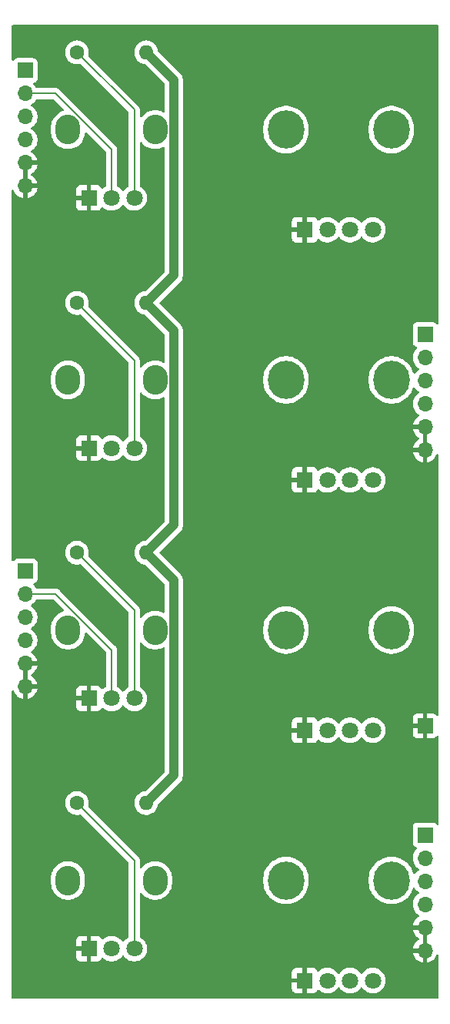
<source format=gbl>
%TF.GenerationSoftware,KiCad,Pcbnew,9.0.4*%
%TF.CreationDate,2025-10-04T20:25:53+02:00*%
%TF.ProjectId,DMH_VCA_Bank_PCB_2,444d485f-5643-4415-9f42-616e6b5f5043,1*%
%TF.SameCoordinates,Original*%
%TF.FileFunction,Copper,L2,Bot*%
%TF.FilePolarity,Positive*%
%FSLAX46Y46*%
G04 Gerber Fmt 4.6, Leading zero omitted, Abs format (unit mm)*
G04 Created by KiCad (PCBNEW 9.0.4) date 2025-10-04 20:25:53*
%MOMM*%
%LPD*%
G01*
G04 APERTURE LIST*
%TA.AperFunction,ComponentPad*%
%ADD10O,4.000000X4.200000*%
%TD*%
%TA.AperFunction,ComponentPad*%
%ADD11C,1.800000*%
%TD*%
%TA.AperFunction,ComponentPad*%
%ADD12R,1.800000X1.800000*%
%TD*%
%TA.AperFunction,ComponentPad*%
%ADD13C,1.600000*%
%TD*%
%TA.AperFunction,ComponentPad*%
%ADD14O,1.600000X1.600000*%
%TD*%
%TA.AperFunction,ComponentPad*%
%ADD15O,2.720000X3.240000*%
%TD*%
%TA.AperFunction,ComponentPad*%
%ADD16R,1.700000X1.700000*%
%TD*%
%TA.AperFunction,ComponentPad*%
%ADD17O,1.700000X1.700000*%
%TD*%
%TA.AperFunction,Conductor*%
%ADD18C,1.000000*%
%TD*%
%TA.AperFunction,Conductor*%
%ADD19C,0.200000*%
%TD*%
G04 APERTURE END LIST*
D10*
%TO.P,RV7,*%
%TO.N,*%
X81700000Y-54500000D03*
D11*
X91250000Y-65500000D03*
D10*
X93300000Y-54500000D03*
D12*
%TO.P,RV7,1,1*%
%TO.N,GND*%
X83750000Y-65500000D03*
D11*
%TO.P,RV7,2,2*%
%TO.N,/Inputs and Outputs/CV Amt A Pot*%
X86250000Y-65500000D03*
%TO.P,RV7,3,3*%
%TO.N,/Inputs and Outputs/CV A Jack*%
X88750000Y-65500000D03*
%TD*%
D13*
%TO.P,R53,1*%
%TO.N,Net-(R53-Pad1)*%
X58690000Y-46000000D03*
D14*
%TO.P,R53,2*%
%TO.N,+12V*%
X66310000Y-46000000D03*
%TD*%
D10*
%TO.P,RV13,*%
%TO.N,*%
X81700000Y-137000000D03*
D11*
X91250000Y-148000000D03*
D10*
X93300000Y-137000000D03*
D12*
%TO.P,RV13,1,1*%
%TO.N,GND*%
X83750000Y-148000000D03*
D11*
%TO.P,RV13,2,2*%
%TO.N,/Inputs and Outputs/CV Amt D Pot*%
X86250000Y-148000000D03*
%TO.P,RV13,3,3*%
%TO.N,/Inputs and Outputs/CV D Jack*%
X88750000Y-148000000D03*
%TD*%
D13*
%TO.P,R56,1*%
%TO.N,Net-(R56-Pad1)*%
X58690000Y-128500000D03*
D14*
%TO.P,R56,2*%
%TO.N,+12V*%
X66310000Y-128500000D03*
%TD*%
D10*
%TO.P,RV9,*%
%TO.N,*%
X81700000Y-109500000D03*
D11*
X91250000Y-120500000D03*
D10*
X93300000Y-109500000D03*
D12*
%TO.P,RV9,1,1*%
%TO.N,GND*%
X83750000Y-120500000D03*
D11*
%TO.P,RV9,2,2*%
%TO.N,/Inputs and Outputs/CV Amt C Pot*%
X86250000Y-120500000D03*
%TO.P,RV9,3,3*%
%TO.N,/Inputs and Outputs/CV C Jack*%
X88750000Y-120500000D03*
%TD*%
D15*
%TO.P,RV5,*%
%TO.N,*%
X57700000Y-82000000D03*
X67300000Y-82000000D03*
D12*
%TO.P,RV5,1,1*%
%TO.N,GND*%
X60000000Y-89500000D03*
D11*
%TO.P,RV5,2,2*%
%TO.N,/Inputs and Outputs/Offset B Pot*%
X62500000Y-89500000D03*
%TO.P,RV5,3,3*%
%TO.N,Net-(R54-Pad1)*%
X65000000Y-89500000D03*
%TD*%
D16*
%TO.P,J0,1,Pin_1*%
%TO.N,GND*%
X97000000Y-120000000D03*
%TD*%
D15*
%TO.P,RV14,*%
%TO.N,*%
X57700000Y-137000000D03*
X67300000Y-137000000D03*
D12*
%TO.P,RV14,1,1*%
%TO.N,GND*%
X60000000Y-144500000D03*
D11*
%TO.P,RV14,2,2*%
%TO.N,/Inputs and Outputs/Offset D Pot*%
X62500000Y-144500000D03*
%TO.P,RV14,3,3*%
%TO.N,Net-(R56-Pad1)*%
X65000000Y-144500000D03*
%TD*%
D13*
%TO.P,R55,1*%
%TO.N,Net-(R55-Pad1)*%
X58690000Y-101000000D03*
D14*
%TO.P,R55,2*%
%TO.N,+12V*%
X66310000Y-101000000D03*
%TD*%
D10*
%TO.P,RV8,*%
%TO.N,*%
X81700000Y-82000000D03*
D11*
X91250000Y-93000000D03*
D10*
X93300000Y-82000000D03*
D12*
%TO.P,RV8,1,1*%
%TO.N,GND*%
X83750000Y-93000000D03*
D11*
%TO.P,RV8,2,2*%
%TO.N,/Inputs and Outputs/CV Amt B Pot*%
X86250000Y-93000000D03*
%TO.P,RV8,3,3*%
%TO.N,/Inputs and Outputs/CV B Jack*%
X88750000Y-93000000D03*
%TD*%
D15*
%TO.P,RV6,*%
%TO.N,*%
X57700000Y-109500000D03*
X67300000Y-109500000D03*
D12*
%TO.P,RV6,1,1*%
%TO.N,GND*%
X60000000Y-117000000D03*
D11*
%TO.P,RV6,2,2*%
%TO.N,/Inputs and Outputs/Offset C Pot*%
X62500000Y-117000000D03*
%TO.P,RV6,3,3*%
%TO.N,Net-(R55-Pad1)*%
X65000000Y-117000000D03*
%TD*%
D13*
%TO.P,R54,1*%
%TO.N,Net-(R54-Pad1)*%
X58690000Y-73550000D03*
D14*
%TO.P,R54,2*%
%TO.N,+12V*%
X66310000Y-73550000D03*
%TD*%
D15*
%TO.P,RV4,*%
%TO.N,*%
X57700000Y-54500000D03*
X67300000Y-54500000D03*
D12*
%TO.P,RV4,1,1*%
%TO.N,GND*%
X60000000Y-62000000D03*
D11*
%TO.P,RV4,2,2*%
%TO.N,/Inputs and Outputs/Offset A Pot*%
X62500000Y-62000000D03*
%TO.P,RV4,3,3*%
%TO.N,Net-(R53-Pad1)*%
X65000000Y-62000000D03*
%TD*%
D16*
%TO.P,J60,1,Pin_1*%
%TO.N,+12V*%
X97000000Y-77000000D03*
D17*
%TO.P,J60,2,Pin_2*%
%TO.N,/Inputs and Outputs/Offset B Pot*%
X97000000Y-79540000D03*
%TO.P,J60,3,Pin_3*%
%TO.N,/Inputs and Outputs/CV Amt B Pot*%
X97000000Y-82080000D03*
%TO.P,J60,4,Pin_4*%
%TO.N,/Inputs and Outputs/CV B Jack*%
X97000000Y-84620000D03*
%TO.P,J60,5,Pin_5*%
%TO.N,GND*%
X97000000Y-87160000D03*
%TO.P,J60,6,Pin_6*%
X97000000Y-89700000D03*
%TD*%
D16*
%TO.P,J70,1,Pin_1*%
%TO.N,+12V*%
X53000000Y-103000000D03*
D17*
%TO.P,J70,2,Pin_2*%
%TO.N,/Inputs and Outputs/Offset C Pot*%
X53000000Y-105540000D03*
%TO.P,J70,3,Pin_3*%
%TO.N,/Inputs and Outputs/CV Amt C Pot*%
X53000000Y-108080000D03*
%TO.P,J70,4,Pin_4*%
%TO.N,/Inputs and Outputs/CV C Jack*%
X53000000Y-110620000D03*
%TO.P,J70,5,Pin_5*%
%TO.N,GND*%
X53000000Y-113160000D03*
%TO.P,J70,6,Pin_6*%
X53000000Y-115700000D03*
%TD*%
D16*
%TO.P,J50,1,Pin_1*%
%TO.N,+12V*%
X53000000Y-48000000D03*
D17*
%TO.P,J50,2,Pin_2*%
%TO.N,/Inputs and Outputs/Offset A Pot*%
X53000000Y-50540000D03*
%TO.P,J50,3,Pin_3*%
%TO.N,/Inputs and Outputs/CV Amt A Pot*%
X53000000Y-53080000D03*
%TO.P,J50,4,Pin_4*%
%TO.N,/Inputs and Outputs/CV A Jack*%
X53000000Y-55620000D03*
%TO.P,J50,5,Pin_5*%
%TO.N,GND*%
X53000000Y-58160000D03*
%TO.P,J50,6,Pin_6*%
X53000000Y-60700000D03*
%TD*%
D16*
%TO.P,J80,1,Pin_1*%
%TO.N,+12V*%
X97000000Y-132000000D03*
D17*
%TO.P,J80,2,Pin_2*%
%TO.N,/Inputs and Outputs/Offset D Pot*%
X97000000Y-134540000D03*
%TO.P,J80,3,Pin_3*%
%TO.N,/Inputs and Outputs/CV Amt D Pot*%
X97000000Y-137080000D03*
%TO.P,J80,4,Pin_4*%
%TO.N,/Inputs and Outputs/CV D Jack*%
X97000000Y-139620000D03*
%TO.P,J80,5,Pin_5*%
%TO.N,GND*%
X97000000Y-142160000D03*
%TO.P,J80,6,Pin_6*%
X97000000Y-144700000D03*
%TD*%
D18*
%TO.N,+12V*%
X69361000Y-49051000D02*
X69361000Y-70499000D01*
X69361000Y-104051000D02*
X69361000Y-125449000D01*
X69361000Y-70499000D02*
X66310000Y-73550000D01*
X69361000Y-97949000D02*
X66310000Y-101000000D01*
X66310000Y-73550000D02*
X69361000Y-76601000D01*
X66310000Y-46000000D02*
X69361000Y-49051000D01*
X69361000Y-76601000D02*
X69361000Y-97949000D01*
X66310000Y-101000000D02*
X69361000Y-104051000D01*
X69361000Y-125449000D02*
X66310000Y-128500000D01*
D19*
%TO.N,Net-(R56-Pad1)*%
X58690000Y-128500000D02*
X65000000Y-134810000D01*
X65000000Y-134810000D02*
X65000000Y-144500000D01*
%TO.N,Net-(R53-Pad1)*%
X65000000Y-52310000D02*
X65000000Y-62000000D01*
X58690000Y-46000000D02*
X65000000Y-52310000D01*
%TO.N,Net-(R54-Pad1)*%
X58690000Y-73550000D02*
X65000000Y-79860000D01*
X65000000Y-79860000D02*
X65000000Y-89500000D01*
%TO.N,Net-(R55-Pad1)*%
X58690000Y-101000000D02*
X65000000Y-107310000D01*
X65000000Y-107310000D02*
X65000000Y-117000000D01*
%TO.N,/Inputs and Outputs/Offset A Pot*%
X53000000Y-50540000D02*
X56349009Y-50540000D01*
X62500000Y-56690991D02*
X62500000Y-62000000D01*
X56349009Y-50540000D02*
X62500000Y-56690991D01*
%TO.N,/Inputs and Outputs/Offset C Pot*%
X53000000Y-105540000D02*
X56349009Y-105540000D01*
X56349009Y-105540000D02*
X62500000Y-111690991D01*
X62500000Y-111690991D02*
X62500000Y-117000000D01*
%TD*%
%TA.AperFunction,Conductor*%
%TO.N,GND*%
G36*
X98442539Y-43020185D02*
G01*
X98488294Y-43072989D01*
X98499500Y-43124500D01*
X98499500Y-75809897D01*
X98479815Y-75876936D01*
X98427011Y-75922691D01*
X98357853Y-75932635D01*
X98294297Y-75903610D01*
X98276234Y-75884208D01*
X98207547Y-75792455D01*
X98207544Y-75792452D01*
X98092335Y-75706206D01*
X98092328Y-75706202D01*
X97957482Y-75655908D01*
X97957483Y-75655908D01*
X97897883Y-75649501D01*
X97897881Y-75649500D01*
X97897873Y-75649500D01*
X97897864Y-75649500D01*
X96102129Y-75649500D01*
X96102123Y-75649501D01*
X96042516Y-75655908D01*
X95907671Y-75706202D01*
X95907664Y-75706206D01*
X95792455Y-75792452D01*
X95792452Y-75792455D01*
X95706206Y-75907664D01*
X95706202Y-75907671D01*
X95655908Y-76042517D01*
X95649501Y-76102116D01*
X95649500Y-76102135D01*
X95649500Y-77897870D01*
X95649501Y-77897876D01*
X95655908Y-77957483D01*
X95706202Y-78092328D01*
X95706206Y-78092335D01*
X95792452Y-78207544D01*
X95792455Y-78207547D01*
X95907664Y-78293793D01*
X95907671Y-78293797D01*
X96039082Y-78342810D01*
X96095016Y-78384681D01*
X96119433Y-78450145D01*
X96104582Y-78518418D01*
X96083431Y-78546673D01*
X95969889Y-78660215D01*
X95844951Y-78832179D01*
X95748444Y-79021585D01*
X95682753Y-79223760D01*
X95649500Y-79433713D01*
X95649500Y-79646286D01*
X95670827Y-79780943D01*
X95682754Y-79856243D01*
X95734075Y-80014193D01*
X95748444Y-80058414D01*
X95844951Y-80247820D01*
X95969890Y-80419786D01*
X96120213Y-80570109D01*
X96292182Y-80695050D01*
X96300946Y-80699516D01*
X96351742Y-80747491D01*
X96368536Y-80815312D01*
X96345998Y-80881447D01*
X96300946Y-80920484D01*
X96292182Y-80924949D01*
X96120213Y-81049890D01*
X95969894Y-81200209D01*
X95928848Y-81256705D01*
X95873518Y-81299370D01*
X95803904Y-81305349D01*
X95742110Y-81272743D01*
X95707752Y-81211904D01*
X95707736Y-81211838D01*
X95706560Y-81206682D01*
X95704296Y-81200213D01*
X95627672Y-80981234D01*
X95613801Y-80941592D01*
X95491945Y-80688555D01*
X95342523Y-80450752D01*
X95167416Y-80231175D01*
X94968825Y-80032584D01*
X94945763Y-80014193D01*
X94851547Y-79939058D01*
X94749248Y-79857477D01*
X94511445Y-79708055D01*
X94511442Y-79708053D01*
X94258411Y-79586200D01*
X93993329Y-79493443D01*
X93993317Y-79493439D01*
X93719512Y-79430945D01*
X93719494Y-79430942D01*
X93440431Y-79399500D01*
X93440425Y-79399500D01*
X93159575Y-79399500D01*
X93159568Y-79399500D01*
X92880505Y-79430942D01*
X92880487Y-79430945D01*
X92606682Y-79493439D01*
X92606670Y-79493443D01*
X92341588Y-79586200D01*
X92088557Y-79708053D01*
X91850753Y-79857476D01*
X91631175Y-80032583D01*
X91432583Y-80231175D01*
X91257476Y-80450753D01*
X91108053Y-80688557D01*
X90986200Y-80941588D01*
X90893443Y-81206670D01*
X90893439Y-81206682D01*
X90830945Y-81480487D01*
X90830942Y-81480505D01*
X90799500Y-81759568D01*
X90799500Y-82240431D01*
X90830942Y-82519494D01*
X90830945Y-82519512D01*
X90893439Y-82793317D01*
X90893443Y-82793329D01*
X90986200Y-83058411D01*
X91108053Y-83311442D01*
X91132281Y-83350000D01*
X91257477Y-83549248D01*
X91432584Y-83768825D01*
X91631175Y-83967416D01*
X91850752Y-84142523D01*
X92088555Y-84291945D01*
X92341592Y-84413801D01*
X92540680Y-84483465D01*
X92606670Y-84506556D01*
X92606682Y-84506560D01*
X92880491Y-84569055D01*
X92880497Y-84569055D01*
X92880505Y-84569057D01*
X93066547Y-84590018D01*
X93159569Y-84600499D01*
X93159572Y-84600500D01*
X93159575Y-84600500D01*
X93440428Y-84600500D01*
X93440429Y-84600499D01*
X93583055Y-84584429D01*
X93719494Y-84569057D01*
X93719499Y-84569056D01*
X93719509Y-84569055D01*
X93993318Y-84506560D01*
X94258408Y-84413801D01*
X94511445Y-84291945D01*
X94749248Y-84142523D01*
X94968825Y-83967416D01*
X95167416Y-83768825D01*
X95342523Y-83549248D01*
X95491945Y-83311445D01*
X95613801Y-83058408D01*
X95674649Y-82884514D01*
X95715369Y-82827741D01*
X95780322Y-82801994D01*
X95848884Y-82815450D01*
X95892006Y-82852585D01*
X95896900Y-82859321D01*
X95969896Y-82959792D01*
X96120213Y-83110109D01*
X96292182Y-83235050D01*
X96300946Y-83239516D01*
X96351742Y-83287491D01*
X96368536Y-83355312D01*
X96345998Y-83421447D01*
X96300946Y-83460484D01*
X96292182Y-83464949D01*
X96120213Y-83589890D01*
X95969890Y-83740213D01*
X95844951Y-83912179D01*
X95748444Y-84101585D01*
X95682753Y-84303760D01*
X95650634Y-84506556D01*
X95649500Y-84513713D01*
X95649500Y-84726287D01*
X95682754Y-84936243D01*
X95734075Y-85094193D01*
X95748444Y-85138414D01*
X95844951Y-85327820D01*
X95969890Y-85499786D01*
X96120213Y-85650109D01*
X96292179Y-85775048D01*
X96292181Y-85775049D01*
X96292184Y-85775051D01*
X96301493Y-85779794D01*
X96352290Y-85827766D01*
X96369087Y-85895587D01*
X96346552Y-85961722D01*
X96301502Y-86000762D01*
X96292443Y-86005378D01*
X96120540Y-86130272D01*
X96120535Y-86130276D01*
X95970276Y-86280535D01*
X95970272Y-86280540D01*
X95845379Y-86452442D01*
X95748904Y-86641782D01*
X95683242Y-86843870D01*
X95683242Y-86843873D01*
X95672769Y-86910000D01*
X96566988Y-86910000D01*
X96534075Y-86967007D01*
X96500000Y-87094174D01*
X96500000Y-87225826D01*
X96534075Y-87352993D01*
X96566988Y-87410000D01*
X95672769Y-87410000D01*
X95683242Y-87476126D01*
X95683242Y-87476129D01*
X95748904Y-87678217D01*
X95845379Y-87867557D01*
X95970272Y-88039459D01*
X95970276Y-88039464D01*
X96120535Y-88189723D01*
X96120540Y-88189727D01*
X96292444Y-88314622D01*
X96302048Y-88319516D01*
X96352844Y-88367491D01*
X96369638Y-88435312D01*
X96347100Y-88501447D01*
X96302048Y-88540484D01*
X96292444Y-88545377D01*
X96120540Y-88670272D01*
X96120535Y-88670276D01*
X95970276Y-88820535D01*
X95970272Y-88820540D01*
X95845379Y-88992442D01*
X95748904Y-89181782D01*
X95683242Y-89383870D01*
X95683242Y-89383873D01*
X95672769Y-89450000D01*
X96566988Y-89450000D01*
X96534075Y-89507007D01*
X96500000Y-89634174D01*
X96500000Y-89765826D01*
X96534075Y-89892993D01*
X96566988Y-89950000D01*
X95672769Y-89950000D01*
X95683242Y-90016126D01*
X95683242Y-90016129D01*
X95748904Y-90218217D01*
X95845379Y-90407557D01*
X95970272Y-90579459D01*
X95970276Y-90579464D01*
X96120535Y-90729723D01*
X96120540Y-90729727D01*
X96292442Y-90854620D01*
X96481782Y-90951095D01*
X96683871Y-91016757D01*
X96750000Y-91027231D01*
X96750000Y-90133012D01*
X96807007Y-90165925D01*
X96934174Y-90200000D01*
X97065826Y-90200000D01*
X97192993Y-90165925D01*
X97250000Y-90133012D01*
X97250000Y-91027230D01*
X97316126Y-91016757D01*
X97316129Y-91016757D01*
X97518217Y-90951095D01*
X97707557Y-90854620D01*
X97879459Y-90729727D01*
X97879464Y-90729723D01*
X98029723Y-90579464D01*
X98029727Y-90579459D01*
X98154620Y-90407557D01*
X98251093Y-90218221D01*
X98257568Y-90198294D01*
X98297005Y-90140618D01*
X98361363Y-90113419D01*
X98430210Y-90125333D01*
X98481686Y-90172576D01*
X98499500Y-90236611D01*
X98499500Y-118810730D01*
X98479815Y-118877769D01*
X98427011Y-118923524D01*
X98357853Y-118933468D01*
X98294297Y-118904443D01*
X98276234Y-118885042D01*
X98207187Y-118792809D01*
X98092093Y-118706649D01*
X98092086Y-118706645D01*
X97957379Y-118656403D01*
X97957372Y-118656401D01*
X97897844Y-118650000D01*
X97250000Y-118650000D01*
X97250000Y-119566988D01*
X97192993Y-119534075D01*
X97065826Y-119500000D01*
X96934174Y-119500000D01*
X96807007Y-119534075D01*
X96750000Y-119566988D01*
X96750000Y-118650000D01*
X96102155Y-118650000D01*
X96042627Y-118656401D01*
X96042620Y-118656403D01*
X95907913Y-118706645D01*
X95907906Y-118706649D01*
X95792812Y-118792809D01*
X95792809Y-118792812D01*
X95706649Y-118907906D01*
X95706645Y-118907913D01*
X95656403Y-119042620D01*
X95656401Y-119042627D01*
X95650000Y-119102155D01*
X95650000Y-119750000D01*
X96566988Y-119750000D01*
X96534075Y-119807007D01*
X96500000Y-119934174D01*
X96500000Y-120065826D01*
X96534075Y-120192993D01*
X96566988Y-120250000D01*
X95650000Y-120250000D01*
X95650000Y-120897844D01*
X95656401Y-120957372D01*
X95656403Y-120957379D01*
X95706645Y-121092086D01*
X95706649Y-121092093D01*
X95792809Y-121207187D01*
X95792812Y-121207190D01*
X95907906Y-121293350D01*
X95907913Y-121293354D01*
X96042620Y-121343596D01*
X96042627Y-121343598D01*
X96102155Y-121349999D01*
X96102172Y-121350000D01*
X96750000Y-121350000D01*
X96750000Y-120433012D01*
X96807007Y-120465925D01*
X96934174Y-120500000D01*
X97065826Y-120500000D01*
X97192993Y-120465925D01*
X97250000Y-120433012D01*
X97250000Y-121350000D01*
X97897828Y-121350000D01*
X97897844Y-121349999D01*
X97957372Y-121343598D01*
X97957379Y-121343596D01*
X98092086Y-121293354D01*
X98092093Y-121293350D01*
X98207187Y-121207190D01*
X98207190Y-121207187D01*
X98276234Y-121114958D01*
X98332168Y-121073087D01*
X98401859Y-121068103D01*
X98463182Y-121101589D01*
X98496666Y-121162912D01*
X98499500Y-121189269D01*
X98499500Y-130809897D01*
X98479815Y-130876936D01*
X98427011Y-130922691D01*
X98357853Y-130932635D01*
X98294297Y-130903610D01*
X98276234Y-130884208D01*
X98207547Y-130792455D01*
X98207544Y-130792452D01*
X98092335Y-130706206D01*
X98092328Y-130706202D01*
X97957482Y-130655908D01*
X97957483Y-130655908D01*
X97897883Y-130649501D01*
X97897881Y-130649500D01*
X97897873Y-130649500D01*
X97897864Y-130649500D01*
X96102129Y-130649500D01*
X96102123Y-130649501D01*
X96042516Y-130655908D01*
X95907671Y-130706202D01*
X95907664Y-130706206D01*
X95792455Y-130792452D01*
X95792452Y-130792455D01*
X95706206Y-130907664D01*
X95706202Y-130907671D01*
X95655908Y-131042517D01*
X95649501Y-131102116D01*
X95649500Y-131102135D01*
X95649500Y-132897870D01*
X95649501Y-132897876D01*
X95655908Y-132957483D01*
X95706202Y-133092328D01*
X95706206Y-133092335D01*
X95792452Y-133207544D01*
X95792455Y-133207547D01*
X95907664Y-133293793D01*
X95907671Y-133293797D01*
X96039082Y-133342810D01*
X96095016Y-133384681D01*
X96119433Y-133450145D01*
X96104582Y-133518418D01*
X96083431Y-133546673D01*
X95969889Y-133660215D01*
X95844951Y-133832179D01*
X95748444Y-134021585D01*
X95682753Y-134223760D01*
X95654919Y-134399500D01*
X95649500Y-134433713D01*
X95649500Y-134646287D01*
X95682754Y-134856243D01*
X95734075Y-135014193D01*
X95748444Y-135058414D01*
X95844951Y-135247820D01*
X95969890Y-135419786D01*
X96120213Y-135570109D01*
X96292182Y-135695050D01*
X96300946Y-135699516D01*
X96351742Y-135747491D01*
X96368536Y-135815312D01*
X96345998Y-135881447D01*
X96300946Y-135920484D01*
X96292182Y-135924949D01*
X96120213Y-136049890D01*
X95969894Y-136200209D01*
X95928848Y-136256705D01*
X95873518Y-136299370D01*
X95803904Y-136305349D01*
X95742110Y-136272743D01*
X95707752Y-136211904D01*
X95707736Y-136211838D01*
X95706560Y-136206682D01*
X95704296Y-136200213D01*
X95627672Y-135981234D01*
X95613801Y-135941592D01*
X95491945Y-135688555D01*
X95342523Y-135450752D01*
X95167416Y-135231175D01*
X94968825Y-135032584D01*
X94945763Y-135014193D01*
X94871580Y-134955034D01*
X94749248Y-134857477D01*
X94511445Y-134708055D01*
X94511442Y-134708053D01*
X94258411Y-134586200D01*
X93993329Y-134493443D01*
X93993317Y-134493439D01*
X93719512Y-134430945D01*
X93719494Y-134430942D01*
X93440431Y-134399500D01*
X93440425Y-134399500D01*
X93159575Y-134399500D01*
X93159568Y-134399500D01*
X92880505Y-134430942D01*
X92880487Y-134430945D01*
X92606682Y-134493439D01*
X92606670Y-134493443D01*
X92341588Y-134586200D01*
X92088557Y-134708053D01*
X91850753Y-134857476D01*
X91631175Y-135032583D01*
X91432583Y-135231175D01*
X91257476Y-135450753D01*
X91108053Y-135688557D01*
X90986200Y-135941588D01*
X90893443Y-136206670D01*
X90893439Y-136206682D01*
X90830945Y-136480487D01*
X90830942Y-136480505D01*
X90799500Y-136759568D01*
X90799500Y-137240431D01*
X90830942Y-137519494D01*
X90830945Y-137519512D01*
X90893439Y-137793317D01*
X90893443Y-137793329D01*
X90986200Y-138058411D01*
X91108053Y-138311442D01*
X91132281Y-138350000D01*
X91257477Y-138549248D01*
X91432584Y-138768825D01*
X91631175Y-138967416D01*
X91850752Y-139142523D01*
X92088555Y-139291945D01*
X92341592Y-139413801D01*
X92540680Y-139483465D01*
X92606670Y-139506556D01*
X92606682Y-139506560D01*
X92880491Y-139569055D01*
X92880497Y-139569055D01*
X92880505Y-139569057D01*
X93066547Y-139590018D01*
X93159569Y-139600499D01*
X93159572Y-139600500D01*
X93159575Y-139600500D01*
X93440428Y-139600500D01*
X93440429Y-139600499D01*
X93583055Y-139584429D01*
X93719494Y-139569057D01*
X93719499Y-139569056D01*
X93719509Y-139569055D01*
X93993318Y-139506560D01*
X94258408Y-139413801D01*
X94511445Y-139291945D01*
X94749248Y-139142523D01*
X94968825Y-138967416D01*
X95167416Y-138768825D01*
X95342523Y-138549248D01*
X95491945Y-138311445D01*
X95613801Y-138058408D01*
X95674649Y-137884514D01*
X95715369Y-137827741D01*
X95780322Y-137801994D01*
X95848884Y-137815450D01*
X95892006Y-137852585D01*
X95896900Y-137859321D01*
X95969896Y-137959792D01*
X96120213Y-138110109D01*
X96292182Y-138235050D01*
X96300946Y-138239516D01*
X96351742Y-138287491D01*
X96368536Y-138355312D01*
X96345998Y-138421447D01*
X96300946Y-138460484D01*
X96292182Y-138464949D01*
X96120213Y-138589890D01*
X95969890Y-138740213D01*
X95844951Y-138912179D01*
X95748444Y-139101585D01*
X95682753Y-139303760D01*
X95650634Y-139506556D01*
X95649500Y-139513713D01*
X95649500Y-139726287D01*
X95682754Y-139936243D01*
X95734075Y-140094193D01*
X95748444Y-140138414D01*
X95844951Y-140327820D01*
X95969890Y-140499786D01*
X96120213Y-140650109D01*
X96292179Y-140775048D01*
X96292181Y-140775049D01*
X96292184Y-140775051D01*
X96301493Y-140779794D01*
X96352290Y-140827766D01*
X96369087Y-140895587D01*
X96346552Y-140961722D01*
X96301502Y-141000762D01*
X96292443Y-141005378D01*
X96120540Y-141130272D01*
X96120535Y-141130276D01*
X95970276Y-141280535D01*
X95970272Y-141280540D01*
X95845379Y-141452442D01*
X95748904Y-141641782D01*
X95683242Y-141843870D01*
X95683242Y-141843873D01*
X95672769Y-141910000D01*
X96566988Y-141910000D01*
X96534075Y-141967007D01*
X96500000Y-142094174D01*
X96500000Y-142225826D01*
X96534075Y-142352993D01*
X96566988Y-142410000D01*
X95672769Y-142410000D01*
X95683242Y-142476126D01*
X95683242Y-142476129D01*
X95748904Y-142678217D01*
X95845379Y-142867557D01*
X95970272Y-143039459D01*
X95970276Y-143039464D01*
X96120535Y-143189723D01*
X96120540Y-143189727D01*
X96292444Y-143314622D01*
X96302048Y-143319516D01*
X96352844Y-143367491D01*
X96369638Y-143435312D01*
X96347100Y-143501447D01*
X96302048Y-143540484D01*
X96292444Y-143545377D01*
X96120540Y-143670272D01*
X96120535Y-143670276D01*
X95970276Y-143820535D01*
X95970272Y-143820540D01*
X95845379Y-143992442D01*
X95748904Y-144181782D01*
X95683242Y-144383870D01*
X95683242Y-144383873D01*
X95672769Y-144450000D01*
X96566988Y-144450000D01*
X96534075Y-144507007D01*
X96500000Y-144634174D01*
X96500000Y-144765826D01*
X96534075Y-144892993D01*
X96566988Y-144950000D01*
X95672769Y-144950000D01*
X95683242Y-145016126D01*
X95683242Y-145016129D01*
X95748904Y-145218217D01*
X95845379Y-145407557D01*
X95970272Y-145579459D01*
X95970276Y-145579464D01*
X96120535Y-145729723D01*
X96120540Y-145729727D01*
X96292442Y-145854620D01*
X96481782Y-145951095D01*
X96683871Y-146016757D01*
X96750000Y-146027231D01*
X96750000Y-145133012D01*
X96807007Y-145165925D01*
X96934174Y-145200000D01*
X97065826Y-145200000D01*
X97192993Y-145165925D01*
X97250000Y-145133012D01*
X97250000Y-146027230D01*
X97316126Y-146016757D01*
X97316129Y-146016757D01*
X97518217Y-145951095D01*
X97707557Y-145854620D01*
X97879459Y-145729727D01*
X97879464Y-145729723D01*
X98029723Y-145579464D01*
X98029727Y-145579459D01*
X98154620Y-145407557D01*
X98251093Y-145218221D01*
X98257568Y-145198294D01*
X98297005Y-145140618D01*
X98361363Y-145113419D01*
X98430210Y-145125333D01*
X98481686Y-145172576D01*
X98499500Y-145236611D01*
X98499500Y-149875500D01*
X98479815Y-149942539D01*
X98427011Y-149988294D01*
X98375500Y-149999500D01*
X51624500Y-149999500D01*
X51557461Y-149979815D01*
X51511706Y-149927011D01*
X51500500Y-149875500D01*
X51500500Y-147052155D01*
X82350000Y-147052155D01*
X82350000Y-147750000D01*
X83316988Y-147750000D01*
X83284075Y-147807007D01*
X83250000Y-147934174D01*
X83250000Y-148065826D01*
X83284075Y-148192993D01*
X83316988Y-148250000D01*
X82350000Y-148250000D01*
X82350000Y-148947844D01*
X82356401Y-149007372D01*
X82356403Y-149007379D01*
X82406645Y-149142086D01*
X82406649Y-149142093D01*
X82492809Y-149257187D01*
X82492812Y-149257190D01*
X82607906Y-149343350D01*
X82607913Y-149343354D01*
X82742620Y-149393596D01*
X82742627Y-149393598D01*
X82802155Y-149399999D01*
X82802172Y-149400000D01*
X83500000Y-149400000D01*
X83500000Y-148433012D01*
X83557007Y-148465925D01*
X83684174Y-148500000D01*
X83815826Y-148500000D01*
X83942993Y-148465925D01*
X84000000Y-148433012D01*
X84000000Y-149400000D01*
X84697828Y-149400000D01*
X84697844Y-149399999D01*
X84757372Y-149393598D01*
X84757379Y-149393596D01*
X84892086Y-149343354D01*
X84892093Y-149343350D01*
X85007187Y-149257190D01*
X85007190Y-149257187D01*
X85093350Y-149142093D01*
X85093353Y-149142088D01*
X85112345Y-149091166D01*
X85154215Y-149035232D01*
X85219679Y-149010813D01*
X85287952Y-149025663D01*
X85316209Y-149046816D01*
X85337636Y-149068243D01*
X85337641Y-149068247D01*
X85493192Y-149181260D01*
X85515978Y-149197815D01*
X85632501Y-149257187D01*
X85712393Y-149297895D01*
X85712396Y-149297896D01*
X85817221Y-149331955D01*
X85922049Y-149366015D01*
X86139778Y-149400500D01*
X86139779Y-149400500D01*
X86360221Y-149400500D01*
X86360222Y-149400500D01*
X86577951Y-149366015D01*
X86787606Y-149297895D01*
X86984022Y-149197815D01*
X87162365Y-149068242D01*
X87318242Y-148912365D01*
X87399682Y-148800270D01*
X87455011Y-148757606D01*
X87524624Y-148751627D01*
X87586420Y-148784232D01*
X87600313Y-148800265D01*
X87681753Y-148912358D01*
X87681758Y-148912365D01*
X87837636Y-149068243D01*
X87837641Y-149068247D01*
X87993192Y-149181260D01*
X88015978Y-149197815D01*
X88132501Y-149257187D01*
X88212393Y-149297895D01*
X88212396Y-149297896D01*
X88317221Y-149331955D01*
X88422049Y-149366015D01*
X88639778Y-149400500D01*
X88639779Y-149400500D01*
X88860221Y-149400500D01*
X88860222Y-149400500D01*
X89077951Y-149366015D01*
X89287606Y-149297895D01*
X89484022Y-149197815D01*
X89662365Y-149068242D01*
X89818242Y-148912365D01*
X89899682Y-148800270D01*
X89955011Y-148757606D01*
X90024624Y-148751627D01*
X90086420Y-148784232D01*
X90100313Y-148800265D01*
X90181753Y-148912358D01*
X90181758Y-148912365D01*
X90337636Y-149068243D01*
X90337641Y-149068247D01*
X90493192Y-149181260D01*
X90515978Y-149197815D01*
X90632501Y-149257187D01*
X90712393Y-149297895D01*
X90712396Y-149297896D01*
X90817221Y-149331955D01*
X90922049Y-149366015D01*
X91139778Y-149400500D01*
X91139779Y-149400500D01*
X91360221Y-149400500D01*
X91360222Y-149400500D01*
X91577951Y-149366015D01*
X91787606Y-149297895D01*
X91984022Y-149197815D01*
X92162365Y-149068242D01*
X92318242Y-148912365D01*
X92447815Y-148734022D01*
X92547895Y-148537606D01*
X92616015Y-148327951D01*
X92650500Y-148110222D01*
X92650500Y-147889778D01*
X92616015Y-147672049D01*
X92547895Y-147462394D01*
X92547895Y-147462393D01*
X92513237Y-147394375D01*
X92447815Y-147265978D01*
X92399681Y-147199727D01*
X92318247Y-147087641D01*
X92318243Y-147087636D01*
X92162363Y-146931756D01*
X92162358Y-146931752D01*
X91984025Y-146802187D01*
X91984024Y-146802186D01*
X91984022Y-146802185D01*
X91921096Y-146770122D01*
X91787606Y-146702104D01*
X91787603Y-146702103D01*
X91577952Y-146633985D01*
X91469086Y-146616742D01*
X91360222Y-146599500D01*
X91139778Y-146599500D01*
X91067201Y-146610995D01*
X90922047Y-146633985D01*
X90712396Y-146702103D01*
X90712393Y-146702104D01*
X90515974Y-146802187D01*
X90337641Y-146931752D01*
X90337636Y-146931756D01*
X90181756Y-147087636D01*
X90181752Y-147087641D01*
X90100318Y-147199727D01*
X90044989Y-147242393D01*
X89975375Y-147248372D01*
X89913580Y-147215767D01*
X89899682Y-147199727D01*
X89818247Y-147087641D01*
X89818243Y-147087636D01*
X89662363Y-146931756D01*
X89662358Y-146931752D01*
X89484025Y-146802187D01*
X89484024Y-146802186D01*
X89484022Y-146802185D01*
X89421096Y-146770122D01*
X89287606Y-146702104D01*
X89287603Y-146702103D01*
X89077952Y-146633985D01*
X88969086Y-146616742D01*
X88860222Y-146599500D01*
X88639778Y-146599500D01*
X88567201Y-146610995D01*
X88422047Y-146633985D01*
X88212396Y-146702103D01*
X88212393Y-146702104D01*
X88015974Y-146802187D01*
X87837641Y-146931752D01*
X87837636Y-146931756D01*
X87681756Y-147087636D01*
X87681752Y-147087641D01*
X87600318Y-147199727D01*
X87544989Y-147242393D01*
X87475375Y-147248372D01*
X87413580Y-147215767D01*
X87399682Y-147199727D01*
X87318247Y-147087641D01*
X87318243Y-147087636D01*
X87162363Y-146931756D01*
X87162358Y-146931752D01*
X86984025Y-146802187D01*
X86984024Y-146802186D01*
X86984022Y-146802185D01*
X86921096Y-146770122D01*
X86787606Y-146702104D01*
X86787603Y-146702103D01*
X86577952Y-146633985D01*
X86469086Y-146616742D01*
X86360222Y-146599500D01*
X86139778Y-146599500D01*
X86067201Y-146610995D01*
X85922047Y-146633985D01*
X85712396Y-146702103D01*
X85712393Y-146702104D01*
X85515974Y-146802187D01*
X85337641Y-146931752D01*
X85337635Y-146931757D01*
X85316207Y-146953185D01*
X85254884Y-146986669D01*
X85185192Y-146981683D01*
X85129259Y-146939810D01*
X85112346Y-146908834D01*
X85093355Y-146857915D01*
X85093350Y-146857906D01*
X85007190Y-146742812D01*
X85007187Y-146742809D01*
X84892093Y-146656649D01*
X84892086Y-146656645D01*
X84757379Y-146606403D01*
X84757372Y-146606401D01*
X84697844Y-146600000D01*
X84000000Y-146600000D01*
X84000000Y-147566988D01*
X83942993Y-147534075D01*
X83815826Y-147500000D01*
X83684174Y-147500000D01*
X83557007Y-147534075D01*
X83500000Y-147566988D01*
X83500000Y-146600000D01*
X82802155Y-146600000D01*
X82742627Y-146606401D01*
X82742620Y-146606403D01*
X82607913Y-146656645D01*
X82607906Y-146656649D01*
X82492812Y-146742809D01*
X82492809Y-146742812D01*
X82406649Y-146857906D01*
X82406645Y-146857913D01*
X82356403Y-146992620D01*
X82356401Y-146992627D01*
X82350000Y-147052155D01*
X51500500Y-147052155D01*
X51500500Y-136618048D01*
X55839500Y-136618048D01*
X55839500Y-137381951D01*
X55862177Y-137554193D01*
X55871334Y-137623744D01*
X55932652Y-137852587D01*
X55934456Y-137859320D01*
X55934459Y-137859330D01*
X56027786Y-138084640D01*
X56027791Y-138084651D01*
X56149727Y-138295848D01*
X56149738Y-138295864D01*
X56298199Y-138489343D01*
X56298205Y-138489350D01*
X56470649Y-138661794D01*
X56470655Y-138661799D01*
X56664144Y-138810268D01*
X56664151Y-138810272D01*
X56875348Y-138932208D01*
X56875353Y-138932210D01*
X56875356Y-138932212D01*
X57100679Y-139025544D01*
X57336256Y-139088666D01*
X57566415Y-139118967D01*
X57574964Y-139120093D01*
X57578056Y-139120500D01*
X57578063Y-139120500D01*
X57821937Y-139120500D01*
X57821944Y-139120500D01*
X58063744Y-139088666D01*
X58299321Y-139025544D01*
X58524644Y-138932212D01*
X58735856Y-138810268D01*
X58929345Y-138661799D01*
X59101799Y-138489345D01*
X59250268Y-138295856D01*
X59372212Y-138084644D01*
X59465544Y-137859321D01*
X59528666Y-137623744D01*
X59560500Y-137381944D01*
X59560500Y-136618056D01*
X59528666Y-136376256D01*
X59465544Y-136140679D01*
X59372212Y-135915356D01*
X59372210Y-135915353D01*
X59372208Y-135915348D01*
X59250272Y-135704151D01*
X59250268Y-135704144D01*
X59185676Y-135619966D01*
X59101800Y-135510656D01*
X59101794Y-135510649D01*
X58929350Y-135338205D01*
X58929343Y-135338199D01*
X58735864Y-135189738D01*
X58735862Y-135189736D01*
X58735856Y-135189732D01*
X58735851Y-135189729D01*
X58735848Y-135189727D01*
X58524651Y-135067791D01*
X58524640Y-135067786D01*
X58299330Y-134974459D01*
X58299323Y-134974457D01*
X58299321Y-134974456D01*
X58063744Y-134911334D01*
X58023333Y-134906013D01*
X57821951Y-134879500D01*
X57821944Y-134879500D01*
X57578056Y-134879500D01*
X57578048Y-134879500D01*
X57347896Y-134909801D01*
X57336256Y-134911334D01*
X57173164Y-134955034D01*
X57100679Y-134974456D01*
X57100669Y-134974459D01*
X56875359Y-135067786D01*
X56875348Y-135067791D01*
X56664151Y-135189727D01*
X56664135Y-135189738D01*
X56470656Y-135338199D01*
X56470649Y-135338205D01*
X56298205Y-135510649D01*
X56298199Y-135510656D01*
X56149738Y-135704135D01*
X56149727Y-135704151D01*
X56027791Y-135915348D01*
X56027786Y-135915359D01*
X55934459Y-136140669D01*
X55934456Y-136140679D01*
X55872427Y-136372179D01*
X55871335Y-136376253D01*
X55871333Y-136376264D01*
X55839500Y-136618048D01*
X51500500Y-136618048D01*
X51500500Y-128397648D01*
X57389500Y-128397648D01*
X57389500Y-128602351D01*
X57421522Y-128804534D01*
X57484781Y-128999223D01*
X57577715Y-129181613D01*
X57698028Y-129347213D01*
X57842786Y-129491971D01*
X57997749Y-129604556D01*
X58008390Y-129612287D01*
X58124607Y-129671503D01*
X58190776Y-129705218D01*
X58190778Y-129705218D01*
X58190781Y-129705220D01*
X58295137Y-129739127D01*
X58385465Y-129768477D01*
X58486557Y-129784488D01*
X58587648Y-129800500D01*
X58587649Y-129800500D01*
X58792351Y-129800500D01*
X58792352Y-129800500D01*
X58994534Y-129768477D01*
X59008842Y-129763827D01*
X59078682Y-129761831D01*
X59134842Y-129794077D01*
X64363181Y-135022416D01*
X64396666Y-135083739D01*
X64399500Y-135110097D01*
X64399500Y-143158164D01*
X64379815Y-143225203D01*
X64331796Y-143268648D01*
X64265976Y-143302185D01*
X64087641Y-143431752D01*
X64087636Y-143431756D01*
X63931756Y-143587636D01*
X63931752Y-143587641D01*
X63850318Y-143699727D01*
X63794989Y-143742393D01*
X63725375Y-143748372D01*
X63663580Y-143715767D01*
X63649682Y-143699727D01*
X63568247Y-143587641D01*
X63568243Y-143587636D01*
X63412363Y-143431756D01*
X63412358Y-143431752D01*
X63234025Y-143302187D01*
X63234024Y-143302186D01*
X63234022Y-143302185D01*
X63168203Y-143268648D01*
X63037606Y-143202104D01*
X63037603Y-143202103D01*
X62827952Y-143133985D01*
X62719086Y-143116742D01*
X62610222Y-143099500D01*
X62389778Y-143099500D01*
X62317201Y-143110995D01*
X62172047Y-143133985D01*
X61962396Y-143202103D01*
X61962393Y-143202104D01*
X61765974Y-143302187D01*
X61587641Y-143431752D01*
X61587635Y-143431757D01*
X61566207Y-143453185D01*
X61504884Y-143486669D01*
X61435192Y-143481683D01*
X61379259Y-143439810D01*
X61362346Y-143408834D01*
X61343355Y-143357915D01*
X61343350Y-143357906D01*
X61257190Y-143242812D01*
X61257187Y-143242809D01*
X61142093Y-143156649D01*
X61142086Y-143156645D01*
X61007379Y-143106403D01*
X61007372Y-143106401D01*
X60947844Y-143100000D01*
X60250000Y-143100000D01*
X60250000Y-144066988D01*
X60192993Y-144034075D01*
X60065826Y-144000000D01*
X59934174Y-144000000D01*
X59807007Y-144034075D01*
X59750000Y-144066988D01*
X59750000Y-143100000D01*
X59052155Y-143100000D01*
X58992627Y-143106401D01*
X58992620Y-143106403D01*
X58857913Y-143156645D01*
X58857906Y-143156649D01*
X58742812Y-143242809D01*
X58742809Y-143242812D01*
X58656649Y-143357906D01*
X58656645Y-143357913D01*
X58606403Y-143492620D01*
X58606401Y-143492627D01*
X58600000Y-143552155D01*
X58600000Y-144250000D01*
X59566988Y-144250000D01*
X59534075Y-144307007D01*
X59500000Y-144434174D01*
X59500000Y-144565826D01*
X59534075Y-144692993D01*
X59566988Y-144750000D01*
X58600000Y-144750000D01*
X58600000Y-145447844D01*
X58606401Y-145507372D01*
X58606403Y-145507379D01*
X58656645Y-145642086D01*
X58656649Y-145642093D01*
X58742809Y-145757187D01*
X58742812Y-145757190D01*
X58857906Y-145843350D01*
X58857913Y-145843354D01*
X58992620Y-145893596D01*
X58992627Y-145893598D01*
X59052155Y-145899999D01*
X59052172Y-145900000D01*
X59750000Y-145900000D01*
X59750000Y-144933012D01*
X59807007Y-144965925D01*
X59934174Y-145000000D01*
X60065826Y-145000000D01*
X60192993Y-144965925D01*
X60250000Y-144933012D01*
X60250000Y-145900000D01*
X60947828Y-145900000D01*
X60947844Y-145899999D01*
X61007372Y-145893598D01*
X61007379Y-145893596D01*
X61142086Y-145843354D01*
X61142093Y-145843350D01*
X61257187Y-145757190D01*
X61257190Y-145757187D01*
X61343350Y-145642093D01*
X61343353Y-145642088D01*
X61362345Y-145591166D01*
X61404215Y-145535232D01*
X61469679Y-145510813D01*
X61537952Y-145525663D01*
X61566209Y-145546816D01*
X61587636Y-145568243D01*
X61587641Y-145568247D01*
X61743192Y-145681260D01*
X61765978Y-145697815D01*
X61882501Y-145757187D01*
X61962393Y-145797895D01*
X61962396Y-145797896D01*
X62067221Y-145831955D01*
X62172049Y-145866015D01*
X62389778Y-145900500D01*
X62389779Y-145900500D01*
X62610221Y-145900500D01*
X62610222Y-145900500D01*
X62827951Y-145866015D01*
X63037606Y-145797895D01*
X63234022Y-145697815D01*
X63412365Y-145568242D01*
X63568242Y-145412365D01*
X63649682Y-145300270D01*
X63705011Y-145257606D01*
X63774624Y-145251627D01*
X63836420Y-145284232D01*
X63850313Y-145300265D01*
X63928265Y-145407557D01*
X63931758Y-145412365D01*
X64087636Y-145568243D01*
X64087641Y-145568247D01*
X64243192Y-145681260D01*
X64265978Y-145697815D01*
X64382501Y-145757187D01*
X64462393Y-145797895D01*
X64462396Y-145797896D01*
X64567221Y-145831955D01*
X64672049Y-145866015D01*
X64889778Y-145900500D01*
X64889779Y-145900500D01*
X65110221Y-145900500D01*
X65110222Y-145900500D01*
X65327951Y-145866015D01*
X65537606Y-145797895D01*
X65734022Y-145697815D01*
X65912365Y-145568242D01*
X66068242Y-145412365D01*
X66197815Y-145234022D01*
X66297895Y-145037606D01*
X66310114Y-145000000D01*
X66350853Y-144874618D01*
X66350853Y-144874617D01*
X66366014Y-144827954D01*
X66366013Y-144827954D01*
X66366015Y-144827951D01*
X66400500Y-144610222D01*
X66400500Y-144389778D01*
X66366015Y-144172049D01*
X66297895Y-143962394D01*
X66297895Y-143962393D01*
X66263237Y-143894375D01*
X66197815Y-143765978D01*
X66128281Y-143670272D01*
X66068247Y-143587641D01*
X66068243Y-143587636D01*
X65912363Y-143431756D01*
X65912358Y-143431752D01*
X65734023Y-143302185D01*
X65668204Y-143268648D01*
X65617409Y-143220674D01*
X65600500Y-143158164D01*
X65600500Y-138466665D01*
X65620185Y-138399626D01*
X65672989Y-138353871D01*
X65742147Y-138343927D01*
X65805703Y-138372952D01*
X65822874Y-138391177D01*
X65839245Y-138412512D01*
X65898199Y-138489343D01*
X65898205Y-138489350D01*
X66070649Y-138661794D01*
X66070655Y-138661799D01*
X66264144Y-138810268D01*
X66264151Y-138810272D01*
X66475348Y-138932208D01*
X66475353Y-138932210D01*
X66475356Y-138932212D01*
X66700679Y-139025544D01*
X66936256Y-139088666D01*
X67166415Y-139118967D01*
X67174964Y-139120093D01*
X67178056Y-139120500D01*
X67178063Y-139120500D01*
X67421937Y-139120500D01*
X67421944Y-139120500D01*
X67663744Y-139088666D01*
X67899321Y-139025544D01*
X68124644Y-138932212D01*
X68335856Y-138810268D01*
X68529345Y-138661799D01*
X68701799Y-138489345D01*
X68850268Y-138295856D01*
X68972212Y-138084644D01*
X69065544Y-137859321D01*
X69128666Y-137623744D01*
X69160500Y-137381944D01*
X69160500Y-136759568D01*
X79199500Y-136759568D01*
X79199500Y-137240431D01*
X79230942Y-137519494D01*
X79230945Y-137519512D01*
X79293439Y-137793317D01*
X79293443Y-137793329D01*
X79386200Y-138058411D01*
X79508053Y-138311442D01*
X79532281Y-138350000D01*
X79657477Y-138549248D01*
X79832584Y-138768825D01*
X80031175Y-138967416D01*
X80250752Y-139142523D01*
X80488555Y-139291945D01*
X80741592Y-139413801D01*
X80940680Y-139483465D01*
X81006670Y-139506556D01*
X81006682Y-139506560D01*
X81280491Y-139569055D01*
X81280497Y-139569055D01*
X81280505Y-139569057D01*
X81466547Y-139590018D01*
X81559569Y-139600499D01*
X81559572Y-139600500D01*
X81559575Y-139600500D01*
X81840428Y-139600500D01*
X81840429Y-139600499D01*
X81983055Y-139584429D01*
X82119494Y-139569057D01*
X82119499Y-139569056D01*
X82119509Y-139569055D01*
X82393318Y-139506560D01*
X82658408Y-139413801D01*
X82911445Y-139291945D01*
X83149248Y-139142523D01*
X83368825Y-138967416D01*
X83567416Y-138768825D01*
X83742523Y-138549248D01*
X83891945Y-138311445D01*
X84013801Y-138058408D01*
X84106560Y-137793318D01*
X84169055Y-137519509D01*
X84200500Y-137240425D01*
X84200500Y-136759575D01*
X84186519Y-136635486D01*
X84169057Y-136480505D01*
X84169054Y-136480487D01*
X84144333Y-136372179D01*
X84106560Y-136206682D01*
X84104296Y-136200213D01*
X84027672Y-135981234D01*
X84013801Y-135941592D01*
X83891945Y-135688555D01*
X83742523Y-135450752D01*
X83567416Y-135231175D01*
X83368825Y-135032584D01*
X83345763Y-135014193D01*
X83271580Y-134955034D01*
X83149248Y-134857477D01*
X82911445Y-134708055D01*
X82911442Y-134708053D01*
X82658411Y-134586200D01*
X82393329Y-134493443D01*
X82393317Y-134493439D01*
X82119512Y-134430945D01*
X82119494Y-134430942D01*
X81840431Y-134399500D01*
X81840425Y-134399500D01*
X81559575Y-134399500D01*
X81559568Y-134399500D01*
X81280505Y-134430942D01*
X81280487Y-134430945D01*
X81006682Y-134493439D01*
X81006670Y-134493443D01*
X80741588Y-134586200D01*
X80488557Y-134708053D01*
X80250753Y-134857476D01*
X80031175Y-135032583D01*
X79832583Y-135231175D01*
X79657476Y-135450753D01*
X79508053Y-135688557D01*
X79386200Y-135941588D01*
X79293443Y-136206670D01*
X79293439Y-136206682D01*
X79230945Y-136480487D01*
X79230942Y-136480505D01*
X79199500Y-136759568D01*
X69160500Y-136759568D01*
X69160500Y-136618056D01*
X69128666Y-136376256D01*
X69065544Y-136140679D01*
X68972212Y-135915356D01*
X68972210Y-135915353D01*
X68972208Y-135915348D01*
X68850272Y-135704151D01*
X68850268Y-135704144D01*
X68785676Y-135619966D01*
X68701800Y-135510656D01*
X68701794Y-135510649D01*
X68529350Y-135338205D01*
X68529343Y-135338199D01*
X68335864Y-135189738D01*
X68335862Y-135189736D01*
X68335856Y-135189732D01*
X68335851Y-135189729D01*
X68335848Y-135189727D01*
X68124651Y-135067791D01*
X68124640Y-135067786D01*
X67899330Y-134974459D01*
X67899323Y-134974457D01*
X67899321Y-134974456D01*
X67663744Y-134911334D01*
X67623333Y-134906013D01*
X67421951Y-134879500D01*
X67421944Y-134879500D01*
X67178056Y-134879500D01*
X67178048Y-134879500D01*
X66947896Y-134909801D01*
X66936256Y-134911334D01*
X66773164Y-134955034D01*
X66700679Y-134974456D01*
X66700669Y-134974459D01*
X66475359Y-135067786D01*
X66475348Y-135067791D01*
X66264151Y-135189727D01*
X66264135Y-135189738D01*
X66070656Y-135338199D01*
X66070649Y-135338205D01*
X65898205Y-135510649D01*
X65898199Y-135510656D01*
X65822876Y-135608820D01*
X65766448Y-135650023D01*
X65696702Y-135654178D01*
X65635782Y-135619966D01*
X65603029Y-135558249D01*
X65600500Y-135533334D01*
X65600500Y-134899060D01*
X65600501Y-134899047D01*
X65600501Y-134730944D01*
X65594368Y-134708055D01*
X65559577Y-134578216D01*
X65510632Y-134493440D01*
X65480524Y-134441290D01*
X65480518Y-134441282D01*
X59984077Y-128944842D01*
X59950592Y-128883519D01*
X59953828Y-128818841D01*
X59958477Y-128804534D01*
X59990500Y-128602352D01*
X59990500Y-128397648D01*
X59958477Y-128195466D01*
X59895220Y-128000781D01*
X59895218Y-128000778D01*
X59895218Y-128000776D01*
X59861503Y-127934607D01*
X59802287Y-127818390D01*
X59794556Y-127807749D01*
X59681971Y-127652786D01*
X59537213Y-127508028D01*
X59371613Y-127387715D01*
X59371612Y-127387714D01*
X59371610Y-127387713D01*
X59314653Y-127358691D01*
X59189223Y-127294781D01*
X58994534Y-127231522D01*
X58806690Y-127201771D01*
X58792352Y-127199500D01*
X58587648Y-127199500D01*
X58573310Y-127201771D01*
X58385465Y-127231522D01*
X58190776Y-127294781D01*
X58008386Y-127387715D01*
X57842786Y-127508028D01*
X57698028Y-127652786D01*
X57577715Y-127818386D01*
X57484781Y-128000776D01*
X57421522Y-128195465D01*
X57389500Y-128397648D01*
X51500500Y-128397648D01*
X51500500Y-116236611D01*
X51520185Y-116169572D01*
X51572989Y-116123817D01*
X51642147Y-116113873D01*
X51705703Y-116142898D01*
X51742432Y-116198294D01*
X51748906Y-116218221D01*
X51845379Y-116407557D01*
X51970272Y-116579459D01*
X51970276Y-116579464D01*
X52120535Y-116729723D01*
X52120540Y-116729727D01*
X52292442Y-116854620D01*
X52481782Y-116951095D01*
X52683871Y-117016757D01*
X52750000Y-117027231D01*
X52750000Y-116133012D01*
X52807007Y-116165925D01*
X52934174Y-116200000D01*
X53065826Y-116200000D01*
X53192993Y-116165925D01*
X53250000Y-116133012D01*
X53250000Y-117027230D01*
X53316126Y-117016757D01*
X53316129Y-117016757D01*
X53518217Y-116951095D01*
X53707557Y-116854620D01*
X53879459Y-116729727D01*
X53879464Y-116729723D01*
X54029723Y-116579464D01*
X54029727Y-116579459D01*
X54154620Y-116407557D01*
X54251095Y-116218217D01*
X54316755Y-116016136D01*
X54316758Y-116016119D01*
X54327231Y-115950000D01*
X53433012Y-115950000D01*
X53465925Y-115892993D01*
X53500000Y-115765826D01*
X53500000Y-115634174D01*
X53465925Y-115507007D01*
X53433012Y-115450000D01*
X54327231Y-115450000D01*
X54316757Y-115383873D01*
X54316757Y-115383870D01*
X54251095Y-115181782D01*
X54154620Y-114992442D01*
X54029727Y-114820540D01*
X54029723Y-114820535D01*
X53879464Y-114670276D01*
X53879459Y-114670272D01*
X53707558Y-114545379D01*
X53697954Y-114540486D01*
X53647157Y-114492512D01*
X53630361Y-114424692D01*
X53652897Y-114358556D01*
X53697954Y-114319514D01*
X53707558Y-114314620D01*
X53879459Y-114189727D01*
X53879464Y-114189723D01*
X54029723Y-114039464D01*
X54029727Y-114039459D01*
X54154620Y-113867557D01*
X54251095Y-113678217D01*
X54316757Y-113476129D01*
X54316757Y-113476126D01*
X54327231Y-113410000D01*
X53433012Y-113410000D01*
X53465925Y-113352993D01*
X53500000Y-113225826D01*
X53500000Y-113094174D01*
X53465925Y-112967007D01*
X53433012Y-112910000D01*
X54327231Y-112910000D01*
X54316757Y-112843873D01*
X54316757Y-112843870D01*
X54251095Y-112641782D01*
X54154620Y-112452442D01*
X54029727Y-112280540D01*
X54029723Y-112280535D01*
X53879464Y-112130276D01*
X53879459Y-112130272D01*
X53707555Y-112005377D01*
X53698500Y-112000763D01*
X53647706Y-111952788D01*
X53630912Y-111884966D01*
X53653451Y-111818832D01*
X53698508Y-111779793D01*
X53707816Y-111775051D01*
X53787007Y-111717515D01*
X53879786Y-111650109D01*
X53879788Y-111650106D01*
X53879792Y-111650104D01*
X54030104Y-111499792D01*
X54030106Y-111499788D01*
X54030109Y-111499786D01*
X54155048Y-111327820D01*
X54155047Y-111327820D01*
X54155051Y-111327816D01*
X54251557Y-111138412D01*
X54317246Y-110936243D01*
X54350500Y-110726287D01*
X54350500Y-110513713D01*
X54317246Y-110303757D01*
X54251557Y-110101588D01*
X54155051Y-109912184D01*
X54155049Y-109912181D01*
X54155048Y-109912179D01*
X54030109Y-109740213D01*
X53879786Y-109589890D01*
X53707820Y-109464951D01*
X53707115Y-109464591D01*
X53699054Y-109460485D01*
X53648259Y-109412512D01*
X53631463Y-109344692D01*
X53653999Y-109278556D01*
X53699054Y-109239515D01*
X53707816Y-109235051D01*
X53729789Y-109219086D01*
X53879786Y-109110109D01*
X53879788Y-109110106D01*
X53879792Y-109110104D01*
X54030104Y-108959792D01*
X54030106Y-108959788D01*
X54030109Y-108959786D01*
X54155048Y-108787820D01*
X54155047Y-108787820D01*
X54155051Y-108787816D01*
X54251557Y-108598412D01*
X54317246Y-108396243D01*
X54350500Y-108186287D01*
X54350500Y-107973713D01*
X54317246Y-107763757D01*
X54251557Y-107561588D01*
X54155051Y-107372184D01*
X54155049Y-107372181D01*
X54155048Y-107372179D01*
X54030109Y-107200213D01*
X53879786Y-107049890D01*
X53707820Y-106924951D01*
X53707115Y-106924591D01*
X53699054Y-106920485D01*
X53648259Y-106872512D01*
X53631463Y-106804692D01*
X53653999Y-106738556D01*
X53699054Y-106699515D01*
X53707816Y-106695051D01*
X53729789Y-106679086D01*
X53879786Y-106570109D01*
X53879788Y-106570106D01*
X53879792Y-106570104D01*
X54030104Y-106419792D01*
X54030106Y-106419788D01*
X54030109Y-106419786D01*
X54088661Y-106339193D01*
X54155051Y-106247816D01*
X54155349Y-106247230D01*
X54175235Y-106208205D01*
X54223209Y-106157409D01*
X54285719Y-106140500D01*
X56048912Y-106140500D01*
X56115951Y-106160185D01*
X56136593Y-106176819D01*
X57211874Y-107252100D01*
X57245359Y-107313423D01*
X57240375Y-107383115D01*
X57198503Y-107439048D01*
X57156289Y-107459555D01*
X57100679Y-107474456D01*
X57100676Y-107474457D01*
X57100673Y-107474458D01*
X57100669Y-107474459D01*
X56875359Y-107567786D01*
X56875348Y-107567791D01*
X56664151Y-107689727D01*
X56664135Y-107689738D01*
X56470656Y-107838199D01*
X56470649Y-107838205D01*
X56298205Y-108010649D01*
X56298199Y-108010656D01*
X56149738Y-108204135D01*
X56149727Y-108204151D01*
X56027791Y-108415348D01*
X56027786Y-108415359D01*
X55934459Y-108640669D01*
X55934456Y-108640679D01*
X55871335Y-108876253D01*
X55871333Y-108876264D01*
X55839500Y-109118048D01*
X55839500Y-109881951D01*
X55857609Y-110019494D01*
X55871334Y-110123744D01*
X55916771Y-110293318D01*
X55934456Y-110359320D01*
X55934459Y-110359330D01*
X56027786Y-110584640D01*
X56027791Y-110584651D01*
X56149727Y-110795848D01*
X56149738Y-110795864D01*
X56298199Y-110989343D01*
X56298205Y-110989350D01*
X56470649Y-111161794D01*
X56470655Y-111161799D01*
X56664144Y-111310268D01*
X56664151Y-111310272D01*
X56875348Y-111432208D01*
X56875353Y-111432210D01*
X56875356Y-111432212D01*
X56940523Y-111459205D01*
X57065117Y-111510814D01*
X57100679Y-111525544D01*
X57336256Y-111588666D01*
X57578056Y-111620500D01*
X57578063Y-111620500D01*
X57821937Y-111620500D01*
X57821944Y-111620500D01*
X58063744Y-111588666D01*
X58299321Y-111525544D01*
X58524644Y-111432212D01*
X58735856Y-111310268D01*
X58929345Y-111161799D01*
X59101799Y-110989345D01*
X59250268Y-110795856D01*
X59372212Y-110584644D01*
X59465544Y-110359321D01*
X59528666Y-110123744D01*
X59560395Y-109882735D01*
X59588661Y-109818840D01*
X59646986Y-109780369D01*
X59716851Y-109779538D01*
X59771015Y-109811241D01*
X61863181Y-111903407D01*
X61896666Y-111964730D01*
X61899500Y-111991088D01*
X61899500Y-115658164D01*
X61879815Y-115725203D01*
X61831796Y-115768648D01*
X61765976Y-115802185D01*
X61587641Y-115931752D01*
X61587635Y-115931757D01*
X61566207Y-115953185D01*
X61504884Y-115986669D01*
X61435192Y-115981683D01*
X61379259Y-115939810D01*
X61362346Y-115908834D01*
X61343355Y-115857915D01*
X61343350Y-115857906D01*
X61257190Y-115742812D01*
X61257187Y-115742809D01*
X61142093Y-115656649D01*
X61142086Y-115656645D01*
X61007379Y-115606403D01*
X61007372Y-115606401D01*
X60947844Y-115600000D01*
X60250000Y-115600000D01*
X60250000Y-116566988D01*
X60192993Y-116534075D01*
X60065826Y-116500000D01*
X59934174Y-116500000D01*
X59807007Y-116534075D01*
X59750000Y-116566988D01*
X59750000Y-115600000D01*
X59052155Y-115600000D01*
X58992627Y-115606401D01*
X58992620Y-115606403D01*
X58857913Y-115656645D01*
X58857906Y-115656649D01*
X58742812Y-115742809D01*
X58742809Y-115742812D01*
X58656649Y-115857906D01*
X58656645Y-115857913D01*
X58606403Y-115992620D01*
X58606401Y-115992627D01*
X58600000Y-116052155D01*
X58600000Y-116750000D01*
X59566988Y-116750000D01*
X59534075Y-116807007D01*
X59500000Y-116934174D01*
X59500000Y-117065826D01*
X59534075Y-117192993D01*
X59566988Y-117250000D01*
X58600000Y-117250000D01*
X58600000Y-117947844D01*
X58606401Y-118007372D01*
X58606403Y-118007379D01*
X58656645Y-118142086D01*
X58656649Y-118142093D01*
X58742809Y-118257187D01*
X58742812Y-118257190D01*
X58857906Y-118343350D01*
X58857913Y-118343354D01*
X58992620Y-118393596D01*
X58992627Y-118393598D01*
X59052155Y-118399999D01*
X59052172Y-118400000D01*
X59750000Y-118400000D01*
X59750000Y-117433012D01*
X59807007Y-117465925D01*
X59934174Y-117500000D01*
X60065826Y-117500000D01*
X60192993Y-117465925D01*
X60250000Y-117433012D01*
X60250000Y-118400000D01*
X60947828Y-118400000D01*
X60947844Y-118399999D01*
X61007372Y-118393598D01*
X61007379Y-118393596D01*
X61142086Y-118343354D01*
X61142093Y-118343350D01*
X61257187Y-118257190D01*
X61257190Y-118257187D01*
X61343350Y-118142093D01*
X61343353Y-118142088D01*
X61362345Y-118091166D01*
X61404215Y-118035232D01*
X61469679Y-118010813D01*
X61537952Y-118025663D01*
X61566209Y-118046816D01*
X61587636Y-118068243D01*
X61587641Y-118068247D01*
X61743192Y-118181260D01*
X61765978Y-118197815D01*
X61882501Y-118257187D01*
X61962393Y-118297895D01*
X61962396Y-118297896D01*
X62067221Y-118331955D01*
X62172049Y-118366015D01*
X62389778Y-118400500D01*
X62389779Y-118400500D01*
X62610221Y-118400500D01*
X62610222Y-118400500D01*
X62827951Y-118366015D01*
X63037606Y-118297895D01*
X63234022Y-118197815D01*
X63412365Y-118068242D01*
X63568242Y-117912365D01*
X63649682Y-117800270D01*
X63705011Y-117757606D01*
X63774624Y-117751627D01*
X63836420Y-117784232D01*
X63850313Y-117800265D01*
X63931753Y-117912358D01*
X63931758Y-117912365D01*
X64087636Y-118068243D01*
X64087641Y-118068247D01*
X64243192Y-118181260D01*
X64265978Y-118197815D01*
X64382501Y-118257187D01*
X64462393Y-118297895D01*
X64462396Y-118297896D01*
X64567221Y-118331955D01*
X64672049Y-118366015D01*
X64889778Y-118400500D01*
X64889779Y-118400500D01*
X65110221Y-118400500D01*
X65110222Y-118400500D01*
X65327951Y-118366015D01*
X65537606Y-118297895D01*
X65734022Y-118197815D01*
X65912365Y-118068242D01*
X66068242Y-117912365D01*
X66197815Y-117734022D01*
X66297895Y-117537606D01*
X66366015Y-117327951D01*
X66400500Y-117110222D01*
X66400500Y-116889778D01*
X66366015Y-116672049D01*
X66297895Y-116462394D01*
X66297895Y-116462393D01*
X66263237Y-116394375D01*
X66197815Y-116265978D01*
X66161335Y-116215767D01*
X66068247Y-116087641D01*
X66068243Y-116087636D01*
X65912363Y-115931756D01*
X65912358Y-115931752D01*
X65734023Y-115802185D01*
X65668204Y-115768648D01*
X65617409Y-115720674D01*
X65600500Y-115658164D01*
X65600500Y-110966665D01*
X65620185Y-110899626D01*
X65672989Y-110853871D01*
X65742147Y-110843927D01*
X65805703Y-110872952D01*
X65822874Y-110891177D01*
X65849396Y-110925741D01*
X65898199Y-110989343D01*
X65898205Y-110989350D01*
X66070649Y-111161794D01*
X66070655Y-111161799D01*
X66264144Y-111310268D01*
X66264151Y-111310272D01*
X66475348Y-111432208D01*
X66475353Y-111432210D01*
X66475356Y-111432212D01*
X66540523Y-111459205D01*
X66665117Y-111510814D01*
X66700679Y-111525544D01*
X66936256Y-111588666D01*
X67178056Y-111620500D01*
X67178063Y-111620500D01*
X67421937Y-111620500D01*
X67421944Y-111620500D01*
X67663744Y-111588666D01*
X67899321Y-111525544D01*
X68124644Y-111432212D01*
X68174499Y-111403427D01*
X68242398Y-111386954D01*
X68308425Y-111409805D01*
X68351617Y-111464726D01*
X68360500Y-111510814D01*
X68360500Y-124983217D01*
X68340815Y-125050256D01*
X68324181Y-125070898D01*
X66221797Y-127173281D01*
X66160474Y-127206766D01*
X66153515Y-127208073D01*
X66005468Y-127231522D01*
X65810778Y-127294781D01*
X65628386Y-127387715D01*
X65462786Y-127508028D01*
X65318028Y-127652786D01*
X65197715Y-127818386D01*
X65104781Y-128000776D01*
X65041522Y-128195465D01*
X65009500Y-128397648D01*
X65009500Y-128602351D01*
X65041522Y-128804534D01*
X65104781Y-128999223D01*
X65197715Y-129181613D01*
X65318028Y-129347213D01*
X65462786Y-129491971D01*
X65617749Y-129604556D01*
X65628390Y-129612287D01*
X65744607Y-129671503D01*
X65810776Y-129705218D01*
X65810778Y-129705218D01*
X65810781Y-129705220D01*
X65915137Y-129739127D01*
X66005465Y-129768477D01*
X66106557Y-129784488D01*
X66207648Y-129800500D01*
X66207649Y-129800500D01*
X66412351Y-129800500D01*
X66412352Y-129800500D01*
X66614534Y-129768477D01*
X66809219Y-129705220D01*
X66991610Y-129612287D01*
X67084590Y-129544732D01*
X67157213Y-129491971D01*
X67157215Y-129491968D01*
X67157219Y-129491966D01*
X67301966Y-129347219D01*
X67301968Y-129347215D01*
X67301971Y-129347213D01*
X67354732Y-129274590D01*
X67422287Y-129181610D01*
X67515220Y-128999219D01*
X67578477Y-128804534D01*
X67601925Y-128656483D01*
X67631854Y-128593350D01*
X67636699Y-128588219D01*
X70138140Y-126086781D01*
X70247632Y-125922914D01*
X70323052Y-125740835D01*
X70361501Y-125547540D01*
X70361501Y-125350459D01*
X70361501Y-125345349D01*
X70361500Y-125345323D01*
X70361500Y-119552155D01*
X82350000Y-119552155D01*
X82350000Y-120250000D01*
X83316988Y-120250000D01*
X83284075Y-120307007D01*
X83250000Y-120434174D01*
X83250000Y-120565826D01*
X83284075Y-120692993D01*
X83316988Y-120750000D01*
X82350000Y-120750000D01*
X82350000Y-121447844D01*
X82356401Y-121507372D01*
X82356403Y-121507379D01*
X82406645Y-121642086D01*
X82406649Y-121642093D01*
X82492809Y-121757187D01*
X82492812Y-121757190D01*
X82607906Y-121843350D01*
X82607913Y-121843354D01*
X82742620Y-121893596D01*
X82742627Y-121893598D01*
X82802155Y-121899999D01*
X82802172Y-121900000D01*
X83500000Y-121900000D01*
X83500000Y-120933012D01*
X83557007Y-120965925D01*
X83684174Y-121000000D01*
X83815826Y-121000000D01*
X83942993Y-120965925D01*
X84000000Y-120933012D01*
X84000000Y-121900000D01*
X84697828Y-121900000D01*
X84697844Y-121899999D01*
X84757372Y-121893598D01*
X84757379Y-121893596D01*
X84892086Y-121843354D01*
X84892093Y-121843350D01*
X85007187Y-121757190D01*
X85007190Y-121757187D01*
X85093350Y-121642093D01*
X85093353Y-121642088D01*
X85112345Y-121591166D01*
X85154215Y-121535232D01*
X85219679Y-121510813D01*
X85287952Y-121525663D01*
X85316209Y-121546816D01*
X85337636Y-121568243D01*
X85337641Y-121568247D01*
X85493192Y-121681260D01*
X85515978Y-121697815D01*
X85632501Y-121757187D01*
X85712393Y-121797895D01*
X85712396Y-121797896D01*
X85817221Y-121831955D01*
X85922049Y-121866015D01*
X86139778Y-121900500D01*
X86139779Y-121900500D01*
X86360221Y-121900500D01*
X86360222Y-121900500D01*
X86577951Y-121866015D01*
X86787606Y-121797895D01*
X86984022Y-121697815D01*
X87162365Y-121568242D01*
X87318242Y-121412365D01*
X87399682Y-121300270D01*
X87455011Y-121257606D01*
X87524624Y-121251627D01*
X87586420Y-121284232D01*
X87600313Y-121300265D01*
X87681753Y-121412358D01*
X87681758Y-121412365D01*
X87837636Y-121568243D01*
X87837641Y-121568247D01*
X87993192Y-121681260D01*
X88015978Y-121697815D01*
X88132501Y-121757187D01*
X88212393Y-121797895D01*
X88212396Y-121797896D01*
X88317221Y-121831955D01*
X88422049Y-121866015D01*
X88639778Y-121900500D01*
X88639779Y-121900500D01*
X88860221Y-121900500D01*
X88860222Y-121900500D01*
X89077951Y-121866015D01*
X89287606Y-121797895D01*
X89484022Y-121697815D01*
X89662365Y-121568242D01*
X89818242Y-121412365D01*
X89899682Y-121300270D01*
X89955011Y-121257606D01*
X90024624Y-121251627D01*
X90086420Y-121284232D01*
X90100313Y-121300265D01*
X90181753Y-121412358D01*
X90181758Y-121412365D01*
X90337636Y-121568243D01*
X90337641Y-121568247D01*
X90493192Y-121681260D01*
X90515978Y-121697815D01*
X90632501Y-121757187D01*
X90712393Y-121797895D01*
X90712396Y-121797896D01*
X90817221Y-121831955D01*
X90922049Y-121866015D01*
X91139778Y-121900500D01*
X91139779Y-121900500D01*
X91360221Y-121900500D01*
X91360222Y-121900500D01*
X91577951Y-121866015D01*
X91787606Y-121797895D01*
X91984022Y-121697815D01*
X92162365Y-121568242D01*
X92318242Y-121412365D01*
X92447815Y-121234022D01*
X92547895Y-121037606D01*
X92616015Y-120827951D01*
X92650500Y-120610222D01*
X92650500Y-120389778D01*
X92637390Y-120307007D01*
X92623299Y-120218036D01*
X92619332Y-120192993D01*
X92616015Y-120172049D01*
X92547895Y-119962394D01*
X92547895Y-119962393D01*
X92513237Y-119894375D01*
X92447815Y-119765978D01*
X92327154Y-119599901D01*
X92318247Y-119587641D01*
X92318243Y-119587636D01*
X92162363Y-119431756D01*
X92162358Y-119431752D01*
X91984021Y-119302184D01*
X91984020Y-119302183D01*
X91801801Y-119209336D01*
X91801798Y-119209336D01*
X91787606Y-119202105D01*
X91787603Y-119202103D01*
X91577952Y-119133985D01*
X91469086Y-119116742D01*
X91360222Y-119099500D01*
X91139778Y-119099500D01*
X91067201Y-119110995D01*
X90922047Y-119133985D01*
X90712396Y-119202103D01*
X90712393Y-119202104D01*
X90515974Y-119302187D01*
X90337641Y-119431752D01*
X90337636Y-119431756D01*
X90181756Y-119587636D01*
X90181752Y-119587641D01*
X90100318Y-119699727D01*
X90044989Y-119742393D01*
X89975375Y-119748372D01*
X89913580Y-119715767D01*
X89899682Y-119699727D01*
X89818247Y-119587641D01*
X89818243Y-119587636D01*
X89662363Y-119431756D01*
X89662358Y-119431752D01*
X89484025Y-119302187D01*
X89484024Y-119302186D01*
X89484022Y-119302185D01*
X89421096Y-119270122D01*
X89287606Y-119202104D01*
X89287603Y-119202103D01*
X89077952Y-119133985D01*
X88969086Y-119116742D01*
X88860222Y-119099500D01*
X88639778Y-119099500D01*
X88567201Y-119110995D01*
X88422047Y-119133985D01*
X88212396Y-119202103D01*
X88212393Y-119202104D01*
X88015974Y-119302187D01*
X87837641Y-119431752D01*
X87837636Y-119431756D01*
X87681756Y-119587636D01*
X87681752Y-119587641D01*
X87600318Y-119699727D01*
X87544989Y-119742393D01*
X87475375Y-119748372D01*
X87413580Y-119715767D01*
X87399682Y-119699727D01*
X87318247Y-119587641D01*
X87318243Y-119587636D01*
X87162363Y-119431756D01*
X87162358Y-119431752D01*
X86984025Y-119302187D01*
X86984024Y-119302186D01*
X86984022Y-119302185D01*
X86921096Y-119270122D01*
X86787606Y-119202104D01*
X86787603Y-119202103D01*
X86577952Y-119133985D01*
X86469086Y-119116742D01*
X86360222Y-119099500D01*
X86139778Y-119099500D01*
X86067201Y-119110995D01*
X85922047Y-119133985D01*
X85712396Y-119202103D01*
X85712393Y-119202104D01*
X85515974Y-119302187D01*
X85337641Y-119431752D01*
X85337635Y-119431757D01*
X85316207Y-119453185D01*
X85254884Y-119486669D01*
X85185192Y-119481683D01*
X85129259Y-119439810D01*
X85112346Y-119408834D01*
X85093355Y-119357915D01*
X85093350Y-119357906D01*
X85007190Y-119242812D01*
X85007187Y-119242809D01*
X84892093Y-119156649D01*
X84892086Y-119156645D01*
X84757379Y-119106403D01*
X84757372Y-119106401D01*
X84697844Y-119100000D01*
X84000000Y-119100000D01*
X84000000Y-120066988D01*
X83942993Y-120034075D01*
X83815826Y-120000000D01*
X83684174Y-120000000D01*
X83557007Y-120034075D01*
X83500000Y-120066988D01*
X83500000Y-119100000D01*
X82802155Y-119100000D01*
X82742627Y-119106401D01*
X82742620Y-119106403D01*
X82607913Y-119156645D01*
X82607906Y-119156649D01*
X82492812Y-119242809D01*
X82492809Y-119242812D01*
X82406649Y-119357906D01*
X82406645Y-119357913D01*
X82356403Y-119492620D01*
X82356401Y-119492627D01*
X82350000Y-119552155D01*
X70361500Y-119552155D01*
X70361500Y-109259568D01*
X79199500Y-109259568D01*
X79199500Y-109740431D01*
X79230942Y-110019494D01*
X79230945Y-110019512D01*
X79293439Y-110293317D01*
X79293443Y-110293329D01*
X79386200Y-110558411D01*
X79508053Y-110811442D01*
X79508055Y-110811445D01*
X79657477Y-111049248D01*
X79832584Y-111268825D01*
X80031175Y-111467416D01*
X80250752Y-111642523D01*
X80488555Y-111791945D01*
X80488557Y-111791946D01*
X80562938Y-111827766D01*
X80741592Y-111913801D01*
X80940680Y-111983465D01*
X81006670Y-112006556D01*
X81006682Y-112006560D01*
X81280491Y-112069055D01*
X81280497Y-112069055D01*
X81280505Y-112069057D01*
X81466547Y-112090018D01*
X81559569Y-112100499D01*
X81559572Y-112100500D01*
X81559575Y-112100500D01*
X81840428Y-112100500D01*
X81840429Y-112100499D01*
X81983055Y-112084429D01*
X82119494Y-112069057D01*
X82119499Y-112069056D01*
X82119509Y-112069055D01*
X82393318Y-112006560D01*
X82658408Y-111913801D01*
X82911445Y-111791945D01*
X83149248Y-111642523D01*
X83368825Y-111467416D01*
X83567416Y-111268825D01*
X83742523Y-111049248D01*
X83891945Y-110811445D01*
X84013801Y-110558408D01*
X84106560Y-110293318D01*
X84169055Y-110019509D01*
X84200500Y-109740425D01*
X84200500Y-109259575D01*
X84200499Y-109259568D01*
X90799500Y-109259568D01*
X90799500Y-109740431D01*
X90830942Y-110019494D01*
X90830945Y-110019512D01*
X90893439Y-110293317D01*
X90893443Y-110293329D01*
X90986200Y-110558411D01*
X91108053Y-110811442D01*
X91108055Y-110811445D01*
X91257477Y-111049248D01*
X91432584Y-111268825D01*
X91631175Y-111467416D01*
X91850752Y-111642523D01*
X92088555Y-111791945D01*
X92088557Y-111791946D01*
X92162938Y-111827766D01*
X92341592Y-111913801D01*
X92540680Y-111983465D01*
X92606670Y-112006556D01*
X92606682Y-112006560D01*
X92880491Y-112069055D01*
X92880497Y-112069055D01*
X92880505Y-112069057D01*
X93066547Y-112090018D01*
X93159569Y-112100499D01*
X93159572Y-112100500D01*
X93159575Y-112100500D01*
X93440428Y-112100500D01*
X93440429Y-112100499D01*
X93583055Y-112084429D01*
X93719494Y-112069057D01*
X93719499Y-112069056D01*
X93719509Y-112069055D01*
X93993318Y-112006560D01*
X94258408Y-111913801D01*
X94511445Y-111791945D01*
X94749248Y-111642523D01*
X94968825Y-111467416D01*
X95167416Y-111268825D01*
X95342523Y-111049248D01*
X95491945Y-110811445D01*
X95613801Y-110558408D01*
X95706560Y-110293318D01*
X95769055Y-110019509D01*
X95800500Y-109740425D01*
X95800500Y-109259575D01*
X95769055Y-108980491D01*
X95706560Y-108706682D01*
X95613801Y-108441592D01*
X95491945Y-108188555D01*
X95342523Y-107950752D01*
X95167416Y-107731175D01*
X94968825Y-107532584D01*
X94749248Y-107357477D01*
X94511445Y-107208055D01*
X94511442Y-107208053D01*
X94258411Y-107086200D01*
X93993329Y-106993443D01*
X93993317Y-106993439D01*
X93719512Y-106930945D01*
X93719494Y-106930942D01*
X93440431Y-106899500D01*
X93440425Y-106899500D01*
X93159575Y-106899500D01*
X93159568Y-106899500D01*
X92880505Y-106930942D01*
X92880487Y-106930945D01*
X92606682Y-106993439D01*
X92606670Y-106993443D01*
X92341588Y-107086200D01*
X92088557Y-107208053D01*
X91850753Y-107357476D01*
X91631175Y-107532583D01*
X91432583Y-107731175D01*
X91257476Y-107950753D01*
X91108053Y-108188557D01*
X90986200Y-108441588D01*
X90893443Y-108706670D01*
X90893439Y-108706682D01*
X90830945Y-108980487D01*
X90830942Y-108980505D01*
X90799500Y-109259568D01*
X84200499Y-109259568D01*
X84169055Y-108980491D01*
X84106560Y-108706682D01*
X84013801Y-108441592D01*
X83891945Y-108188555D01*
X83742523Y-107950752D01*
X83567416Y-107731175D01*
X83368825Y-107532584D01*
X83149248Y-107357477D01*
X82911445Y-107208055D01*
X82911442Y-107208053D01*
X82658411Y-107086200D01*
X82393329Y-106993443D01*
X82393317Y-106993439D01*
X82119512Y-106930945D01*
X82119494Y-106930942D01*
X81840431Y-106899500D01*
X81840425Y-106899500D01*
X81559575Y-106899500D01*
X81559568Y-106899500D01*
X81280505Y-106930942D01*
X81280487Y-106930945D01*
X81006682Y-106993439D01*
X81006670Y-106993443D01*
X80741588Y-107086200D01*
X80488557Y-107208053D01*
X80250753Y-107357476D01*
X80031175Y-107532583D01*
X79832583Y-107731175D01*
X79657476Y-107950753D01*
X79508053Y-108188557D01*
X79386200Y-108441588D01*
X79293443Y-108706670D01*
X79293439Y-108706682D01*
X79230945Y-108980487D01*
X79230942Y-108980505D01*
X79199500Y-109259568D01*
X70361500Y-109259568D01*
X70361500Y-104155675D01*
X70361501Y-104155654D01*
X70361501Y-103952457D01*
X70361500Y-103952455D01*
X70323053Y-103759172D01*
X70323052Y-103759165D01*
X70247632Y-103577086D01*
X70247631Y-103577085D01*
X70247628Y-103577079D01*
X70138140Y-103413219D01*
X70138137Y-103413215D01*
X67812601Y-101087681D01*
X67779116Y-101026358D01*
X67784100Y-100956666D01*
X67812601Y-100912319D01*
X70138137Y-98586784D01*
X70138137Y-98586783D01*
X70138140Y-98586781D01*
X70247632Y-98422914D01*
X70323052Y-98240835D01*
X70361501Y-98047540D01*
X70361501Y-97850459D01*
X70361501Y-97845349D01*
X70361500Y-97845323D01*
X70361500Y-92052155D01*
X82350000Y-92052155D01*
X82350000Y-92750000D01*
X83316988Y-92750000D01*
X83284075Y-92807007D01*
X83250000Y-92934174D01*
X83250000Y-93065826D01*
X83284075Y-93192993D01*
X83316988Y-93250000D01*
X82350000Y-93250000D01*
X82350000Y-93947844D01*
X82356401Y-94007372D01*
X82356403Y-94007379D01*
X82406645Y-94142086D01*
X82406649Y-94142093D01*
X82492809Y-94257187D01*
X82492812Y-94257190D01*
X82607906Y-94343350D01*
X82607913Y-94343354D01*
X82742620Y-94393596D01*
X82742627Y-94393598D01*
X82802155Y-94399999D01*
X82802172Y-94400000D01*
X83500000Y-94400000D01*
X83500000Y-93433012D01*
X83557007Y-93465925D01*
X83684174Y-93500000D01*
X83815826Y-93500000D01*
X83942993Y-93465925D01*
X84000000Y-93433012D01*
X84000000Y-94400000D01*
X84697828Y-94400000D01*
X84697844Y-94399999D01*
X84757372Y-94393598D01*
X84757379Y-94393596D01*
X84892086Y-94343354D01*
X84892093Y-94343350D01*
X85007187Y-94257190D01*
X85007190Y-94257187D01*
X85093350Y-94142093D01*
X85093353Y-94142088D01*
X85112345Y-94091166D01*
X85154215Y-94035232D01*
X85219679Y-94010813D01*
X85287952Y-94025663D01*
X85316209Y-94046816D01*
X85337636Y-94068243D01*
X85337641Y-94068247D01*
X85493192Y-94181260D01*
X85515978Y-94197815D01*
X85632501Y-94257187D01*
X85712393Y-94297895D01*
X85712396Y-94297896D01*
X85817221Y-94331955D01*
X85922049Y-94366015D01*
X86139778Y-94400500D01*
X86139779Y-94400500D01*
X86360221Y-94400500D01*
X86360222Y-94400500D01*
X86577951Y-94366015D01*
X86787606Y-94297895D01*
X86984022Y-94197815D01*
X87162365Y-94068242D01*
X87318242Y-93912365D01*
X87399682Y-93800270D01*
X87455011Y-93757606D01*
X87524624Y-93751627D01*
X87586420Y-93784232D01*
X87600313Y-93800265D01*
X87681753Y-93912358D01*
X87681758Y-93912365D01*
X87837636Y-94068243D01*
X87837641Y-94068247D01*
X87993192Y-94181260D01*
X88015978Y-94197815D01*
X88132501Y-94257187D01*
X88212393Y-94297895D01*
X88212396Y-94297896D01*
X88317221Y-94331955D01*
X88422049Y-94366015D01*
X88639778Y-94400500D01*
X88639779Y-94400500D01*
X88860221Y-94400500D01*
X88860222Y-94400500D01*
X89077951Y-94366015D01*
X89287606Y-94297895D01*
X89484022Y-94197815D01*
X89662365Y-94068242D01*
X89818242Y-93912365D01*
X89899682Y-93800270D01*
X89955011Y-93757606D01*
X90024624Y-93751627D01*
X90086420Y-93784232D01*
X90100313Y-93800265D01*
X90181753Y-93912358D01*
X90181758Y-93912365D01*
X90337636Y-94068243D01*
X90337641Y-94068247D01*
X90493192Y-94181260D01*
X90515978Y-94197815D01*
X90632501Y-94257187D01*
X90712393Y-94297895D01*
X90712396Y-94297896D01*
X90817221Y-94331955D01*
X90922049Y-94366015D01*
X91139778Y-94400500D01*
X91139779Y-94400500D01*
X91360221Y-94400500D01*
X91360222Y-94400500D01*
X91577951Y-94366015D01*
X91787606Y-94297895D01*
X91984022Y-94197815D01*
X92162365Y-94068242D01*
X92318242Y-93912365D01*
X92447815Y-93734022D01*
X92547895Y-93537606D01*
X92616015Y-93327951D01*
X92650500Y-93110222D01*
X92650500Y-92889778D01*
X92616015Y-92672049D01*
X92547895Y-92462394D01*
X92547895Y-92462393D01*
X92513237Y-92394375D01*
X92447815Y-92265978D01*
X92399681Y-92199727D01*
X92318247Y-92087641D01*
X92318243Y-92087636D01*
X92162363Y-91931756D01*
X92162358Y-91931752D01*
X91984025Y-91802187D01*
X91984024Y-91802186D01*
X91984022Y-91802185D01*
X91921096Y-91770122D01*
X91787606Y-91702104D01*
X91787603Y-91702103D01*
X91577952Y-91633985D01*
X91469086Y-91616742D01*
X91360222Y-91599500D01*
X91139778Y-91599500D01*
X91067201Y-91610995D01*
X90922047Y-91633985D01*
X90712396Y-91702103D01*
X90712393Y-91702104D01*
X90515974Y-91802187D01*
X90337641Y-91931752D01*
X90337636Y-91931756D01*
X90181756Y-92087636D01*
X90181752Y-92087641D01*
X90100318Y-92199727D01*
X90044989Y-92242393D01*
X89975375Y-92248372D01*
X89913580Y-92215767D01*
X89899682Y-92199727D01*
X89818247Y-92087641D01*
X89818243Y-92087636D01*
X89662363Y-91931756D01*
X89662358Y-91931752D01*
X89484025Y-91802187D01*
X89484024Y-91802186D01*
X89484022Y-91802185D01*
X89421096Y-91770122D01*
X89287606Y-91702104D01*
X89287603Y-91702103D01*
X89077952Y-91633985D01*
X88969086Y-91616742D01*
X88860222Y-91599500D01*
X88639778Y-91599500D01*
X88567201Y-91610995D01*
X88422047Y-91633985D01*
X88212396Y-91702103D01*
X88212393Y-91702104D01*
X88015974Y-91802187D01*
X87837641Y-91931752D01*
X87837636Y-91931756D01*
X87681756Y-92087636D01*
X87681752Y-92087641D01*
X87600318Y-92199727D01*
X87544989Y-92242393D01*
X87475375Y-92248372D01*
X87413580Y-92215767D01*
X87399682Y-92199727D01*
X87318247Y-92087641D01*
X87318243Y-92087636D01*
X87162363Y-91931756D01*
X87162358Y-91931752D01*
X86984025Y-91802187D01*
X86984024Y-91802186D01*
X86984022Y-91802185D01*
X86921096Y-91770122D01*
X86787606Y-91702104D01*
X86787603Y-91702103D01*
X86577952Y-91633985D01*
X86469086Y-91616742D01*
X86360222Y-91599500D01*
X86139778Y-91599500D01*
X86067201Y-91610995D01*
X85922047Y-91633985D01*
X85712396Y-91702103D01*
X85712393Y-91702104D01*
X85515974Y-91802187D01*
X85337641Y-91931752D01*
X85337635Y-91931757D01*
X85316207Y-91953185D01*
X85254884Y-91986669D01*
X85185192Y-91981683D01*
X85129259Y-91939810D01*
X85112346Y-91908834D01*
X85093355Y-91857915D01*
X85093350Y-91857906D01*
X85007190Y-91742812D01*
X85007187Y-91742809D01*
X84892093Y-91656649D01*
X84892086Y-91656645D01*
X84757379Y-91606403D01*
X84757372Y-91606401D01*
X84697844Y-91600000D01*
X84000000Y-91600000D01*
X84000000Y-92566988D01*
X83942993Y-92534075D01*
X83815826Y-92500000D01*
X83684174Y-92500000D01*
X83557007Y-92534075D01*
X83500000Y-92566988D01*
X83500000Y-91600000D01*
X82802155Y-91600000D01*
X82742627Y-91606401D01*
X82742620Y-91606403D01*
X82607913Y-91656645D01*
X82607906Y-91656649D01*
X82492812Y-91742809D01*
X82492809Y-91742812D01*
X82406649Y-91857906D01*
X82406645Y-91857913D01*
X82356403Y-91992620D01*
X82356401Y-91992627D01*
X82350000Y-92052155D01*
X70361500Y-92052155D01*
X70361500Y-81759568D01*
X79199500Y-81759568D01*
X79199500Y-82240431D01*
X79230942Y-82519494D01*
X79230945Y-82519512D01*
X79293439Y-82793317D01*
X79293443Y-82793329D01*
X79386200Y-83058411D01*
X79508053Y-83311442D01*
X79532281Y-83350000D01*
X79657477Y-83549248D01*
X79832584Y-83768825D01*
X80031175Y-83967416D01*
X80250752Y-84142523D01*
X80488555Y-84291945D01*
X80741592Y-84413801D01*
X80940680Y-84483465D01*
X81006670Y-84506556D01*
X81006682Y-84506560D01*
X81280491Y-84569055D01*
X81280497Y-84569055D01*
X81280505Y-84569057D01*
X81466547Y-84590018D01*
X81559569Y-84600499D01*
X81559572Y-84600500D01*
X81559575Y-84600500D01*
X81840428Y-84600500D01*
X81840429Y-84600499D01*
X81983055Y-84584429D01*
X82119494Y-84569057D01*
X82119499Y-84569056D01*
X82119509Y-84569055D01*
X82393318Y-84506560D01*
X82658408Y-84413801D01*
X82911445Y-84291945D01*
X83149248Y-84142523D01*
X83368825Y-83967416D01*
X83567416Y-83768825D01*
X83742523Y-83549248D01*
X83891945Y-83311445D01*
X84013801Y-83058408D01*
X84106560Y-82793318D01*
X84169055Y-82519509D01*
X84200500Y-82240425D01*
X84200500Y-81759575D01*
X84186519Y-81635486D01*
X84169057Y-81480505D01*
X84169054Y-81480487D01*
X84144333Y-81372179D01*
X84106560Y-81206682D01*
X84104296Y-81200213D01*
X84027672Y-80981234D01*
X84013801Y-80941592D01*
X83891945Y-80688555D01*
X83742523Y-80450752D01*
X83567416Y-80231175D01*
X83368825Y-80032584D01*
X83345763Y-80014193D01*
X83251547Y-79939058D01*
X83149248Y-79857477D01*
X82911445Y-79708055D01*
X82911442Y-79708053D01*
X82658411Y-79586200D01*
X82393329Y-79493443D01*
X82393317Y-79493439D01*
X82119512Y-79430945D01*
X82119494Y-79430942D01*
X81840431Y-79399500D01*
X81840425Y-79399500D01*
X81559575Y-79399500D01*
X81559568Y-79399500D01*
X81280505Y-79430942D01*
X81280487Y-79430945D01*
X81006682Y-79493439D01*
X81006670Y-79493443D01*
X80741588Y-79586200D01*
X80488557Y-79708053D01*
X80250753Y-79857476D01*
X80031175Y-80032583D01*
X79832583Y-80231175D01*
X79657476Y-80450753D01*
X79508053Y-80688557D01*
X79386200Y-80941588D01*
X79293443Y-81206670D01*
X79293439Y-81206682D01*
X79230945Y-81480487D01*
X79230942Y-81480505D01*
X79199500Y-81759568D01*
X70361500Y-81759568D01*
X70361500Y-76705675D01*
X70361501Y-76705654D01*
X70361501Y-76502457D01*
X70361500Y-76502455D01*
X70323053Y-76309172D01*
X70323052Y-76309165D01*
X70247632Y-76127086D01*
X70247631Y-76127085D01*
X70247628Y-76127079D01*
X70138140Y-75963219D01*
X70138137Y-75963215D01*
X67812601Y-73637681D01*
X67779116Y-73576358D01*
X67784100Y-73506666D01*
X67812601Y-73462319D01*
X70138137Y-71136784D01*
X70138137Y-71136783D01*
X70138140Y-71136781D01*
X70247632Y-70972914D01*
X70323052Y-70790835D01*
X70361501Y-70597540D01*
X70361501Y-70400459D01*
X70361501Y-70395349D01*
X70361500Y-70395323D01*
X70361500Y-64552155D01*
X82350000Y-64552155D01*
X82350000Y-65250000D01*
X83316988Y-65250000D01*
X83284075Y-65307007D01*
X83250000Y-65434174D01*
X83250000Y-65565826D01*
X83284075Y-65692993D01*
X83316988Y-65750000D01*
X82350000Y-65750000D01*
X82350000Y-66447844D01*
X82356401Y-66507372D01*
X82356403Y-66507379D01*
X82406645Y-66642086D01*
X82406649Y-66642093D01*
X82492809Y-66757187D01*
X82492812Y-66757190D01*
X82607906Y-66843350D01*
X82607913Y-66843354D01*
X82742620Y-66893596D01*
X82742627Y-66893598D01*
X82802155Y-66899999D01*
X82802172Y-66900000D01*
X83500000Y-66900000D01*
X83500000Y-65933012D01*
X83557007Y-65965925D01*
X83684174Y-66000000D01*
X83815826Y-66000000D01*
X83942993Y-65965925D01*
X84000000Y-65933012D01*
X84000000Y-66900000D01*
X84697828Y-66900000D01*
X84697844Y-66899999D01*
X84757372Y-66893598D01*
X84757379Y-66893596D01*
X84892086Y-66843354D01*
X84892093Y-66843350D01*
X85007187Y-66757190D01*
X85007190Y-66757187D01*
X85093350Y-66642093D01*
X85093353Y-66642088D01*
X85112345Y-66591166D01*
X85154215Y-66535232D01*
X85219679Y-66510813D01*
X85287952Y-66525663D01*
X85316209Y-66546816D01*
X85337636Y-66568243D01*
X85337641Y-66568247D01*
X85493192Y-66681260D01*
X85515978Y-66697815D01*
X85632501Y-66757187D01*
X85712393Y-66797895D01*
X85712396Y-66797896D01*
X85817221Y-66831955D01*
X85922049Y-66866015D01*
X86139778Y-66900500D01*
X86139779Y-66900500D01*
X86360221Y-66900500D01*
X86360222Y-66900500D01*
X86577951Y-66866015D01*
X86787606Y-66797895D01*
X86984022Y-66697815D01*
X87162365Y-66568242D01*
X87318242Y-66412365D01*
X87399682Y-66300270D01*
X87455011Y-66257606D01*
X87524624Y-66251627D01*
X87586420Y-66284232D01*
X87600313Y-66300265D01*
X87681753Y-66412358D01*
X87681758Y-66412365D01*
X87837636Y-66568243D01*
X87837641Y-66568247D01*
X87993192Y-66681260D01*
X88015978Y-66697815D01*
X88132501Y-66757187D01*
X88212393Y-66797895D01*
X88212396Y-66797896D01*
X88317221Y-66831955D01*
X88422049Y-66866015D01*
X88639778Y-66900500D01*
X88639779Y-66900500D01*
X88860221Y-66900500D01*
X88860222Y-66900500D01*
X89077951Y-66866015D01*
X89287606Y-66797895D01*
X89484022Y-66697815D01*
X89662365Y-66568242D01*
X89818242Y-66412365D01*
X89899682Y-66300270D01*
X89955011Y-66257606D01*
X90024624Y-66251627D01*
X90086420Y-66284232D01*
X90100313Y-66300265D01*
X90181753Y-66412358D01*
X90181758Y-66412365D01*
X90337636Y-66568243D01*
X90337641Y-66568247D01*
X90493192Y-66681260D01*
X90515978Y-66697815D01*
X90632501Y-66757187D01*
X90712393Y-66797895D01*
X90712396Y-66797896D01*
X90817221Y-66831955D01*
X90922049Y-66866015D01*
X91139778Y-66900500D01*
X91139779Y-66900500D01*
X91360221Y-66900500D01*
X91360222Y-66900500D01*
X91577951Y-66866015D01*
X91787606Y-66797895D01*
X91984022Y-66697815D01*
X92162365Y-66568242D01*
X92318242Y-66412365D01*
X92447815Y-66234022D01*
X92547895Y-66037606D01*
X92616015Y-65827951D01*
X92650500Y-65610222D01*
X92650500Y-65389778D01*
X92616015Y-65172049D01*
X92547895Y-64962394D01*
X92547895Y-64962393D01*
X92513237Y-64894375D01*
X92447815Y-64765978D01*
X92399681Y-64699727D01*
X92318247Y-64587641D01*
X92318243Y-64587636D01*
X92162363Y-64431756D01*
X92162358Y-64431752D01*
X91984025Y-64302187D01*
X91984024Y-64302186D01*
X91984022Y-64302185D01*
X91921096Y-64270122D01*
X91787606Y-64202104D01*
X91787603Y-64202103D01*
X91577952Y-64133985D01*
X91469086Y-64116742D01*
X91360222Y-64099500D01*
X91139778Y-64099500D01*
X91067201Y-64110995D01*
X90922047Y-64133985D01*
X90712396Y-64202103D01*
X90712393Y-64202104D01*
X90515974Y-64302187D01*
X90337641Y-64431752D01*
X90337636Y-64431756D01*
X90181756Y-64587636D01*
X90181752Y-64587641D01*
X90100318Y-64699727D01*
X90044989Y-64742393D01*
X89975375Y-64748372D01*
X89913580Y-64715767D01*
X89899682Y-64699727D01*
X89818247Y-64587641D01*
X89818243Y-64587636D01*
X89662363Y-64431756D01*
X89662358Y-64431752D01*
X89484025Y-64302187D01*
X89484024Y-64302186D01*
X89484022Y-64302185D01*
X89421096Y-64270122D01*
X89287606Y-64202104D01*
X89287603Y-64202103D01*
X89077952Y-64133985D01*
X88969086Y-64116742D01*
X88860222Y-64099500D01*
X88639778Y-64099500D01*
X88567201Y-64110995D01*
X88422047Y-64133985D01*
X88212396Y-64202103D01*
X88212393Y-64202104D01*
X88015974Y-64302187D01*
X87837641Y-64431752D01*
X87837636Y-64431756D01*
X87681756Y-64587636D01*
X87681752Y-64587641D01*
X87600318Y-64699727D01*
X87544989Y-64742393D01*
X87475375Y-64748372D01*
X87413580Y-64715767D01*
X87399682Y-64699727D01*
X87318247Y-64587641D01*
X87318243Y-64587636D01*
X87162363Y-64431756D01*
X87162358Y-64431752D01*
X86984025Y-64302187D01*
X86984024Y-64302186D01*
X86984022Y-64302185D01*
X86921096Y-64270122D01*
X86787606Y-64202104D01*
X86787603Y-64202103D01*
X86577952Y-64133985D01*
X86469086Y-64116742D01*
X86360222Y-64099500D01*
X86139778Y-64099500D01*
X86067201Y-64110995D01*
X85922047Y-64133985D01*
X85712396Y-64202103D01*
X85712393Y-64202104D01*
X85515974Y-64302187D01*
X85337641Y-64431752D01*
X85337635Y-64431757D01*
X85316207Y-64453185D01*
X85254884Y-64486669D01*
X85185192Y-64481683D01*
X85129259Y-64439810D01*
X85112346Y-64408834D01*
X85093355Y-64357915D01*
X85093350Y-64357906D01*
X85007190Y-64242812D01*
X85007187Y-64242809D01*
X84892093Y-64156649D01*
X84892086Y-64156645D01*
X84757379Y-64106403D01*
X84757372Y-64106401D01*
X84697844Y-64100000D01*
X84000000Y-64100000D01*
X84000000Y-65066988D01*
X83942993Y-65034075D01*
X83815826Y-65000000D01*
X83684174Y-65000000D01*
X83557007Y-65034075D01*
X83500000Y-65066988D01*
X83500000Y-64100000D01*
X82802155Y-64100000D01*
X82742627Y-64106401D01*
X82742620Y-64106403D01*
X82607913Y-64156645D01*
X82607906Y-64156649D01*
X82492812Y-64242809D01*
X82492809Y-64242812D01*
X82406649Y-64357906D01*
X82406645Y-64357913D01*
X82356403Y-64492620D01*
X82356401Y-64492627D01*
X82350000Y-64552155D01*
X70361500Y-64552155D01*
X70361500Y-54259568D01*
X79199500Y-54259568D01*
X79199500Y-54740431D01*
X79230942Y-55019494D01*
X79230945Y-55019512D01*
X79293439Y-55293317D01*
X79293443Y-55293329D01*
X79386200Y-55558411D01*
X79508053Y-55811442D01*
X79508055Y-55811445D01*
X79657477Y-56049248D01*
X79832584Y-56268825D01*
X80031175Y-56467416D01*
X80250752Y-56642523D01*
X80488555Y-56791945D01*
X80488557Y-56791946D01*
X80562938Y-56827766D01*
X80741592Y-56913801D01*
X80940680Y-56983465D01*
X81006670Y-57006556D01*
X81006682Y-57006560D01*
X81280491Y-57069055D01*
X81280497Y-57069055D01*
X81280505Y-57069057D01*
X81466547Y-57090018D01*
X81559569Y-57100499D01*
X81559572Y-57100500D01*
X81559575Y-57100500D01*
X81840428Y-57100500D01*
X81840429Y-57100499D01*
X81983055Y-57084429D01*
X82119494Y-57069057D01*
X82119499Y-57069056D01*
X82119509Y-57069055D01*
X82393318Y-57006560D01*
X82658408Y-56913801D01*
X82911445Y-56791945D01*
X83149248Y-56642523D01*
X83368825Y-56467416D01*
X83567416Y-56268825D01*
X83742523Y-56049248D01*
X83891945Y-55811445D01*
X84013801Y-55558408D01*
X84106560Y-55293318D01*
X84169055Y-55019509D01*
X84200500Y-54740425D01*
X84200500Y-54259575D01*
X84200499Y-54259568D01*
X90799500Y-54259568D01*
X90799500Y-54740431D01*
X90830942Y-55019494D01*
X90830945Y-55019512D01*
X90893439Y-55293317D01*
X90893443Y-55293329D01*
X90986200Y-55558411D01*
X91108053Y-55811442D01*
X91108055Y-55811445D01*
X91257477Y-56049248D01*
X91432584Y-56268825D01*
X91631175Y-56467416D01*
X91850752Y-56642523D01*
X92088555Y-56791945D01*
X92088557Y-56791946D01*
X92162938Y-56827766D01*
X92341592Y-56913801D01*
X92540680Y-56983465D01*
X92606670Y-57006556D01*
X92606682Y-57006560D01*
X92880491Y-57069055D01*
X92880497Y-57069055D01*
X92880505Y-57069057D01*
X93066547Y-57090018D01*
X93159569Y-57100499D01*
X93159572Y-57100500D01*
X93159575Y-57100500D01*
X93440428Y-57100500D01*
X93440429Y-57100499D01*
X93583055Y-57084429D01*
X93719494Y-57069057D01*
X93719499Y-57069056D01*
X93719509Y-57069055D01*
X93993318Y-57006560D01*
X94258408Y-56913801D01*
X94511445Y-56791945D01*
X94749248Y-56642523D01*
X94968825Y-56467416D01*
X95167416Y-56268825D01*
X95342523Y-56049248D01*
X95491945Y-55811445D01*
X95613801Y-55558408D01*
X95706560Y-55293318D01*
X95769055Y-55019509D01*
X95800500Y-54740425D01*
X95800500Y-54259575D01*
X95769055Y-53980491D01*
X95706560Y-53706682D01*
X95613801Y-53441592D01*
X95491945Y-53188555D01*
X95342523Y-52950752D01*
X95167416Y-52731175D01*
X94968825Y-52532584D01*
X94749248Y-52357477D01*
X94511445Y-52208055D01*
X94511442Y-52208053D01*
X94258411Y-52086200D01*
X93993329Y-51993443D01*
X93993317Y-51993439D01*
X93719512Y-51930945D01*
X93719494Y-51930942D01*
X93440431Y-51899500D01*
X93440425Y-51899500D01*
X93159575Y-51899500D01*
X93159568Y-51899500D01*
X92880505Y-51930942D01*
X92880487Y-51930945D01*
X92606682Y-51993439D01*
X92606670Y-51993443D01*
X92341588Y-52086200D01*
X92088557Y-52208053D01*
X91850753Y-52357476D01*
X91631175Y-52532583D01*
X91432583Y-52731175D01*
X91257476Y-52950753D01*
X91108053Y-53188557D01*
X90986200Y-53441588D01*
X90893443Y-53706670D01*
X90893439Y-53706682D01*
X90830945Y-53980487D01*
X90830942Y-53980505D01*
X90799500Y-54259568D01*
X84200499Y-54259568D01*
X84169055Y-53980491D01*
X84106560Y-53706682D01*
X84013801Y-53441592D01*
X83891945Y-53188555D01*
X83742523Y-52950752D01*
X83567416Y-52731175D01*
X83368825Y-52532584D01*
X83149248Y-52357477D01*
X82911445Y-52208055D01*
X82911442Y-52208053D01*
X82658411Y-52086200D01*
X82393329Y-51993443D01*
X82393317Y-51993439D01*
X82119512Y-51930945D01*
X82119494Y-51930942D01*
X81840431Y-51899500D01*
X81840425Y-51899500D01*
X81559575Y-51899500D01*
X81559568Y-51899500D01*
X81280505Y-51930942D01*
X81280487Y-51930945D01*
X81006682Y-51993439D01*
X81006670Y-51993443D01*
X80741588Y-52086200D01*
X80488557Y-52208053D01*
X80250753Y-52357476D01*
X80031175Y-52532583D01*
X79832583Y-52731175D01*
X79657476Y-52950753D01*
X79508053Y-53188557D01*
X79386200Y-53441588D01*
X79293443Y-53706670D01*
X79293439Y-53706682D01*
X79230945Y-53980487D01*
X79230942Y-53980505D01*
X79199500Y-54259568D01*
X70361500Y-54259568D01*
X70361500Y-49155675D01*
X70361501Y-49155654D01*
X70361501Y-48952457D01*
X70361500Y-48952455D01*
X70323053Y-48759172D01*
X70323052Y-48759165D01*
X70247632Y-48577086D01*
X70247631Y-48577085D01*
X70247628Y-48577079D01*
X70138140Y-48413219D01*
X70138137Y-48413215D01*
X67636717Y-45911797D01*
X67603232Y-45850474D01*
X67601925Y-45843513D01*
X67578477Y-45695466D01*
X67578477Y-45695465D01*
X67515218Y-45500776D01*
X67481503Y-45434607D01*
X67422287Y-45318390D01*
X67414556Y-45307749D01*
X67301971Y-45152786D01*
X67157213Y-45008028D01*
X66991613Y-44887715D01*
X66991612Y-44887714D01*
X66991610Y-44887713D01*
X66934653Y-44858691D01*
X66809223Y-44794781D01*
X66614534Y-44731522D01*
X66439995Y-44703878D01*
X66412352Y-44699500D01*
X66207648Y-44699500D01*
X66183329Y-44703351D01*
X66005465Y-44731522D01*
X65810776Y-44794781D01*
X65628386Y-44887715D01*
X65462786Y-45008028D01*
X65318028Y-45152786D01*
X65197715Y-45318386D01*
X65104781Y-45500776D01*
X65041522Y-45695465D01*
X65009500Y-45897648D01*
X65009500Y-46102351D01*
X65041522Y-46304534D01*
X65104781Y-46499223D01*
X65197715Y-46681613D01*
X65318028Y-46847213D01*
X65462786Y-46991971D01*
X65614400Y-47102123D01*
X65628390Y-47112287D01*
X65744607Y-47171503D01*
X65810776Y-47205218D01*
X65810778Y-47205218D01*
X65810781Y-47205220D01*
X65915137Y-47239127D01*
X66005465Y-47268477D01*
X66082966Y-47280751D01*
X66153513Y-47291925D01*
X66216648Y-47321854D01*
X66221797Y-47326717D01*
X68324181Y-49429101D01*
X68357666Y-49490424D01*
X68360500Y-49516782D01*
X68360500Y-52489184D01*
X68340815Y-52556223D01*
X68288011Y-52601978D01*
X68218853Y-52611922D01*
X68174501Y-52596572D01*
X68124646Y-52567789D01*
X68124640Y-52567786D01*
X67899330Y-52474459D01*
X67899323Y-52474457D01*
X67899321Y-52474456D01*
X67663744Y-52411334D01*
X67623333Y-52406013D01*
X67421951Y-52379500D01*
X67421944Y-52379500D01*
X67178056Y-52379500D01*
X67178048Y-52379500D01*
X66967056Y-52407279D01*
X66936256Y-52411334D01*
X66832825Y-52439048D01*
X66700679Y-52474456D01*
X66700669Y-52474459D01*
X66475359Y-52567786D01*
X66475348Y-52567791D01*
X66264151Y-52689727D01*
X66264135Y-52689738D01*
X66070656Y-52838199D01*
X66070649Y-52838205D01*
X65898205Y-53010649D01*
X65898199Y-53010656D01*
X65822876Y-53108820D01*
X65766448Y-53150023D01*
X65696702Y-53154178D01*
X65635782Y-53119966D01*
X65603029Y-53058249D01*
X65600500Y-53033334D01*
X65600500Y-52399060D01*
X65600501Y-52399047D01*
X65600501Y-52230944D01*
X65594368Y-52208055D01*
X65559577Y-52078216D01*
X65510632Y-51993440D01*
X65480524Y-51941290D01*
X65480518Y-51941282D01*
X62746780Y-49207544D01*
X59984076Y-46444841D01*
X59950592Y-46383519D01*
X59953828Y-46318841D01*
X59958477Y-46304534D01*
X59990500Y-46102352D01*
X59990500Y-45897648D01*
X59958477Y-45695466D01*
X59895220Y-45500781D01*
X59895218Y-45500778D01*
X59895218Y-45500776D01*
X59861503Y-45434607D01*
X59802287Y-45318390D01*
X59794556Y-45307749D01*
X59681971Y-45152786D01*
X59537213Y-45008028D01*
X59371613Y-44887715D01*
X59371612Y-44887714D01*
X59371610Y-44887713D01*
X59314653Y-44858691D01*
X59189223Y-44794781D01*
X58994534Y-44731522D01*
X58819995Y-44703878D01*
X58792352Y-44699500D01*
X58587648Y-44699500D01*
X58563329Y-44703351D01*
X58385465Y-44731522D01*
X58190776Y-44794781D01*
X58008386Y-44887715D01*
X57842786Y-45008028D01*
X57698028Y-45152786D01*
X57577715Y-45318386D01*
X57484781Y-45500776D01*
X57421522Y-45695465D01*
X57389500Y-45897648D01*
X57389500Y-46102351D01*
X57421522Y-46304534D01*
X57484781Y-46499223D01*
X57577715Y-46681613D01*
X57698028Y-46847213D01*
X57842786Y-46991971D01*
X57994400Y-47102123D01*
X58008390Y-47112287D01*
X58124607Y-47171503D01*
X58190776Y-47205218D01*
X58190778Y-47205218D01*
X58190781Y-47205220D01*
X58295137Y-47239127D01*
X58385465Y-47268477D01*
X58486557Y-47284488D01*
X58587648Y-47300500D01*
X58587649Y-47300500D01*
X58792351Y-47300500D01*
X58792352Y-47300500D01*
X58994534Y-47268477D01*
X59008842Y-47263827D01*
X59078682Y-47261831D01*
X59134842Y-47294077D01*
X64363181Y-52522416D01*
X64396666Y-52583739D01*
X64399500Y-52610097D01*
X64399500Y-60658164D01*
X64379815Y-60725203D01*
X64331796Y-60768648D01*
X64265976Y-60802185D01*
X64087641Y-60931752D01*
X64087636Y-60931756D01*
X63931756Y-61087636D01*
X63931752Y-61087641D01*
X63850318Y-61199727D01*
X63794989Y-61242393D01*
X63725375Y-61248372D01*
X63663580Y-61215767D01*
X63649682Y-61199727D01*
X63568247Y-61087641D01*
X63568243Y-61087636D01*
X63412363Y-60931756D01*
X63412358Y-60931752D01*
X63234023Y-60802185D01*
X63168204Y-60768648D01*
X63117409Y-60720674D01*
X63100500Y-60658164D01*
X63100500Y-56780050D01*
X63100501Y-56780037D01*
X63100501Y-56611936D01*
X63100501Y-56611934D01*
X63059577Y-56459206D01*
X63027373Y-56403428D01*
X63023742Y-56397138D01*
X63023742Y-56397137D01*
X62980524Y-56322281D01*
X62980521Y-56322277D01*
X62980520Y-56322275D01*
X62868716Y-56210471D01*
X62868715Y-56210470D01*
X62864385Y-56206140D01*
X62864374Y-56206130D01*
X56836599Y-50178355D01*
X56836597Y-50178352D01*
X56717726Y-50059481D01*
X56717725Y-50059480D01*
X56630913Y-50009360D01*
X56630913Y-50009359D01*
X56630909Y-50009358D01*
X56580794Y-49980423D01*
X56428066Y-49939499D01*
X56269952Y-49939499D01*
X56262356Y-49939499D01*
X56262340Y-49939500D01*
X54285719Y-49939500D01*
X54218680Y-49919815D01*
X54175235Y-49871795D01*
X54155052Y-49832185D01*
X54155051Y-49832184D01*
X54030109Y-49660213D01*
X53916569Y-49546673D01*
X53883084Y-49485350D01*
X53888068Y-49415658D01*
X53929940Y-49359725D01*
X53960915Y-49342810D01*
X54092331Y-49293796D01*
X54207546Y-49207546D01*
X54293796Y-49092331D01*
X54344091Y-48957483D01*
X54350500Y-48897873D01*
X54350499Y-47102128D01*
X54344091Y-47042517D01*
X54302521Y-46931063D01*
X54293797Y-46907671D01*
X54293793Y-46907664D01*
X54207547Y-46792455D01*
X54207544Y-46792452D01*
X54092335Y-46706206D01*
X54092328Y-46706202D01*
X53957482Y-46655908D01*
X53957483Y-46655908D01*
X53897883Y-46649501D01*
X53897881Y-46649500D01*
X53897873Y-46649500D01*
X53897864Y-46649500D01*
X52102129Y-46649500D01*
X52102123Y-46649501D01*
X52042516Y-46655908D01*
X51907671Y-46706202D01*
X51907664Y-46706206D01*
X51792455Y-46792452D01*
X51792452Y-46792455D01*
X51723766Y-46884208D01*
X51667832Y-46926079D01*
X51598141Y-46931063D01*
X51536818Y-46897577D01*
X51503334Y-46836254D01*
X51500500Y-46809897D01*
X51500500Y-43124500D01*
X51520185Y-43057461D01*
X51572989Y-43011706D01*
X51624500Y-43000500D01*
X98375500Y-43000500D01*
X98442539Y-43020185D01*
G37*
%TD.AperFunction*%
%TA.AperFunction,Conductor*%
G36*
X97250000Y-144266988D02*
G01*
X97192993Y-144234075D01*
X97065826Y-144200000D01*
X96934174Y-144200000D01*
X96807007Y-144234075D01*
X96750000Y-144266988D01*
X96750000Y-142593012D01*
X96807007Y-142625925D01*
X96934174Y-142660000D01*
X97065826Y-142660000D01*
X97192993Y-142625925D01*
X97250000Y-142593012D01*
X97250000Y-144266988D01*
G37*
%TD.AperFunction*%
%TA.AperFunction,Conductor*%
G36*
X56115951Y-51160185D02*
G01*
X56136593Y-51176819D01*
X57211874Y-52252100D01*
X57245359Y-52313423D01*
X57240375Y-52383115D01*
X57198503Y-52439048D01*
X57156289Y-52459555D01*
X57100679Y-52474456D01*
X57100676Y-52474457D01*
X57100673Y-52474458D01*
X57100669Y-52474459D01*
X56875359Y-52567786D01*
X56875348Y-52567791D01*
X56664151Y-52689727D01*
X56664135Y-52689738D01*
X56470656Y-52838199D01*
X56470649Y-52838205D01*
X56298205Y-53010649D01*
X56298199Y-53010656D01*
X56149738Y-53204135D01*
X56149727Y-53204151D01*
X56027791Y-53415348D01*
X56027786Y-53415359D01*
X55934459Y-53640669D01*
X55934456Y-53640679D01*
X55871335Y-53876253D01*
X55871333Y-53876264D01*
X55839500Y-54118048D01*
X55839500Y-54881951D01*
X55857609Y-55019494D01*
X55871334Y-55123744D01*
X55916771Y-55293318D01*
X55934456Y-55359320D01*
X55934459Y-55359330D01*
X56027786Y-55584640D01*
X56027791Y-55584651D01*
X56149727Y-55795848D01*
X56149738Y-55795864D01*
X56298199Y-55989343D01*
X56298205Y-55989350D01*
X56470649Y-56161794D01*
X56470655Y-56161799D01*
X56664144Y-56310268D01*
X56664151Y-56310272D01*
X56875348Y-56432208D01*
X56875353Y-56432210D01*
X56875356Y-56432212D01*
X56940523Y-56459205D01*
X57065117Y-56510814D01*
X57100679Y-56525544D01*
X57336256Y-56588666D01*
X57578056Y-56620500D01*
X57578063Y-56620500D01*
X57821937Y-56620500D01*
X57821944Y-56620500D01*
X58063744Y-56588666D01*
X58299321Y-56525544D01*
X58524644Y-56432212D01*
X58735856Y-56310268D01*
X58929345Y-56161799D01*
X59101799Y-55989345D01*
X59250268Y-55795856D01*
X59372212Y-55584644D01*
X59465544Y-55359321D01*
X59528666Y-55123744D01*
X59560395Y-54882735D01*
X59588661Y-54818840D01*
X59646986Y-54780369D01*
X59716851Y-54779538D01*
X59771015Y-54811241D01*
X61863181Y-56903407D01*
X61896666Y-56964730D01*
X61899500Y-56991088D01*
X61899500Y-60658164D01*
X61879815Y-60725203D01*
X61831796Y-60768648D01*
X61765976Y-60802185D01*
X61587641Y-60931752D01*
X61587635Y-60931757D01*
X61566207Y-60953185D01*
X61504884Y-60986669D01*
X61435192Y-60981683D01*
X61379259Y-60939810D01*
X61362346Y-60908834D01*
X61343355Y-60857915D01*
X61343350Y-60857906D01*
X61257190Y-60742812D01*
X61257187Y-60742809D01*
X61142093Y-60656649D01*
X61142086Y-60656645D01*
X61007379Y-60606403D01*
X61007372Y-60606401D01*
X60947844Y-60600000D01*
X60250000Y-60600000D01*
X60250000Y-61566988D01*
X60192993Y-61534075D01*
X60065826Y-61500000D01*
X59934174Y-61500000D01*
X59807007Y-61534075D01*
X59750000Y-61566988D01*
X59750000Y-60600000D01*
X59052155Y-60600000D01*
X58992627Y-60606401D01*
X58992620Y-60606403D01*
X58857913Y-60656645D01*
X58857906Y-60656649D01*
X58742812Y-60742809D01*
X58742809Y-60742812D01*
X58656649Y-60857906D01*
X58656645Y-60857913D01*
X58606403Y-60992620D01*
X58606401Y-60992627D01*
X58600000Y-61052155D01*
X58600000Y-61750000D01*
X59566988Y-61750000D01*
X59534075Y-61807007D01*
X59500000Y-61934174D01*
X59500000Y-62065826D01*
X59534075Y-62192993D01*
X59566988Y-62250000D01*
X58600000Y-62250000D01*
X58600000Y-62947844D01*
X58606401Y-63007372D01*
X58606403Y-63007379D01*
X58656645Y-63142086D01*
X58656649Y-63142093D01*
X58742809Y-63257187D01*
X58742812Y-63257190D01*
X58857906Y-63343350D01*
X58857913Y-63343354D01*
X58992620Y-63393596D01*
X58992627Y-63393598D01*
X59052155Y-63399999D01*
X59052172Y-63400000D01*
X59750000Y-63400000D01*
X59750000Y-62433012D01*
X59807007Y-62465925D01*
X59934174Y-62500000D01*
X60065826Y-62500000D01*
X60192993Y-62465925D01*
X60250000Y-62433012D01*
X60250000Y-63400000D01*
X60947828Y-63400000D01*
X60947844Y-63399999D01*
X61007372Y-63393598D01*
X61007379Y-63393596D01*
X61142086Y-63343354D01*
X61142093Y-63343350D01*
X61257187Y-63257190D01*
X61257190Y-63257187D01*
X61343350Y-63142093D01*
X61343353Y-63142088D01*
X61362345Y-63091166D01*
X61404215Y-63035232D01*
X61469679Y-63010813D01*
X61537952Y-63025663D01*
X61566209Y-63046816D01*
X61587636Y-63068243D01*
X61587641Y-63068247D01*
X61743192Y-63181260D01*
X61765978Y-63197815D01*
X61882501Y-63257187D01*
X61962393Y-63297895D01*
X61962396Y-63297896D01*
X62067221Y-63331955D01*
X62172049Y-63366015D01*
X62389778Y-63400500D01*
X62389779Y-63400500D01*
X62610221Y-63400500D01*
X62610222Y-63400500D01*
X62827951Y-63366015D01*
X63037606Y-63297895D01*
X63234022Y-63197815D01*
X63412365Y-63068242D01*
X63568242Y-62912365D01*
X63649682Y-62800270D01*
X63705011Y-62757606D01*
X63774624Y-62751627D01*
X63836420Y-62784232D01*
X63850313Y-62800265D01*
X63931753Y-62912358D01*
X63931758Y-62912365D01*
X64087636Y-63068243D01*
X64087641Y-63068247D01*
X64243192Y-63181260D01*
X64265978Y-63197815D01*
X64382501Y-63257187D01*
X64462393Y-63297895D01*
X64462396Y-63297896D01*
X64567221Y-63331955D01*
X64672049Y-63366015D01*
X64889778Y-63400500D01*
X64889779Y-63400500D01*
X65110221Y-63400500D01*
X65110222Y-63400500D01*
X65327951Y-63366015D01*
X65537606Y-63297895D01*
X65734022Y-63197815D01*
X65912365Y-63068242D01*
X66068242Y-62912365D01*
X66197815Y-62734022D01*
X66297895Y-62537606D01*
X66366015Y-62327951D01*
X66400500Y-62110222D01*
X66400500Y-61889778D01*
X66366015Y-61672049D01*
X66297895Y-61462394D01*
X66297895Y-61462393D01*
X66263237Y-61394375D01*
X66197815Y-61265978D01*
X66161335Y-61215767D01*
X66068247Y-61087641D01*
X66068243Y-61087636D01*
X65912363Y-60931756D01*
X65912358Y-60931752D01*
X65734023Y-60802185D01*
X65668204Y-60768648D01*
X65617409Y-60720674D01*
X65600500Y-60658164D01*
X65600500Y-55966665D01*
X65620185Y-55899626D01*
X65672989Y-55853871D01*
X65742147Y-55843927D01*
X65805703Y-55872952D01*
X65822874Y-55891177D01*
X65849396Y-55925741D01*
X65898199Y-55989343D01*
X65898205Y-55989350D01*
X66070649Y-56161794D01*
X66070655Y-56161799D01*
X66264144Y-56310268D01*
X66264151Y-56310272D01*
X66475348Y-56432208D01*
X66475353Y-56432210D01*
X66475356Y-56432212D01*
X66540523Y-56459205D01*
X66665117Y-56510814D01*
X66700679Y-56525544D01*
X66936256Y-56588666D01*
X67178056Y-56620500D01*
X67178063Y-56620500D01*
X67421937Y-56620500D01*
X67421944Y-56620500D01*
X67663744Y-56588666D01*
X67899321Y-56525544D01*
X68124644Y-56432212D01*
X68174499Y-56403427D01*
X68242398Y-56386954D01*
X68308425Y-56409805D01*
X68351617Y-56464726D01*
X68360500Y-56510814D01*
X68360500Y-70033217D01*
X68340815Y-70100256D01*
X68324181Y-70120898D01*
X66221797Y-72223281D01*
X66160474Y-72256766D01*
X66153515Y-72258073D01*
X66005468Y-72281522D01*
X65810778Y-72344781D01*
X65628386Y-72437715D01*
X65462786Y-72558028D01*
X65318028Y-72702786D01*
X65197715Y-72868386D01*
X65104781Y-73050776D01*
X65041522Y-73245465D01*
X65009500Y-73447648D01*
X65009500Y-73652351D01*
X65041522Y-73854534D01*
X65104781Y-74049223D01*
X65197715Y-74231613D01*
X65318028Y-74397213D01*
X65462786Y-74541971D01*
X65617749Y-74654556D01*
X65628390Y-74662287D01*
X65744607Y-74721503D01*
X65810776Y-74755218D01*
X65810778Y-74755218D01*
X65810781Y-74755220D01*
X65915137Y-74789127D01*
X66005465Y-74818477D01*
X66082966Y-74830751D01*
X66153513Y-74841925D01*
X66216648Y-74871854D01*
X66221797Y-74876717D01*
X68324181Y-76979101D01*
X68357666Y-77040424D01*
X68360500Y-77066782D01*
X68360500Y-79989184D01*
X68340815Y-80056223D01*
X68288011Y-80101978D01*
X68218853Y-80111922D01*
X68174501Y-80096572D01*
X68124646Y-80067789D01*
X68124640Y-80067786D01*
X67899330Y-79974459D01*
X67899323Y-79974457D01*
X67899321Y-79974456D01*
X67663744Y-79911334D01*
X67623333Y-79906013D01*
X67421951Y-79879500D01*
X67421944Y-79879500D01*
X67178056Y-79879500D01*
X67178048Y-79879500D01*
X66947896Y-79909801D01*
X66936256Y-79911334D01*
X66795508Y-79949047D01*
X66700679Y-79974456D01*
X66700669Y-79974459D01*
X66475359Y-80067786D01*
X66475348Y-80067791D01*
X66264151Y-80189727D01*
X66264135Y-80189738D01*
X66070656Y-80338199D01*
X66070649Y-80338205D01*
X65898205Y-80510649D01*
X65898199Y-80510656D01*
X65822876Y-80608820D01*
X65766448Y-80650023D01*
X65696702Y-80654178D01*
X65635782Y-80619966D01*
X65603029Y-80558249D01*
X65600500Y-80533334D01*
X65600500Y-79949060D01*
X65600501Y-79949047D01*
X65600501Y-79780944D01*
X65580970Y-79708055D01*
X65559577Y-79628216D01*
X65535319Y-79586199D01*
X65480524Y-79491290D01*
X65480518Y-79491282D01*
X59984077Y-73994842D01*
X59950592Y-73933519D01*
X59953828Y-73868841D01*
X59958477Y-73854534D01*
X59990500Y-73652352D01*
X59990500Y-73447648D01*
X59958477Y-73245466D01*
X59895220Y-73050781D01*
X59895218Y-73050778D01*
X59895218Y-73050776D01*
X59861503Y-72984607D01*
X59802287Y-72868390D01*
X59794556Y-72857749D01*
X59681971Y-72702786D01*
X59537213Y-72558028D01*
X59371613Y-72437715D01*
X59371612Y-72437714D01*
X59371610Y-72437713D01*
X59314653Y-72408691D01*
X59189223Y-72344781D01*
X58994534Y-72281522D01*
X58806690Y-72251771D01*
X58792352Y-72249500D01*
X58587648Y-72249500D01*
X58573310Y-72251771D01*
X58385465Y-72281522D01*
X58190776Y-72344781D01*
X58008386Y-72437715D01*
X57842786Y-72558028D01*
X57698028Y-72702786D01*
X57577715Y-72868386D01*
X57484781Y-73050776D01*
X57421522Y-73245465D01*
X57389500Y-73447648D01*
X57389500Y-73652351D01*
X57421522Y-73854534D01*
X57484781Y-74049223D01*
X57577715Y-74231613D01*
X57698028Y-74397213D01*
X57842786Y-74541971D01*
X57997749Y-74654556D01*
X58008390Y-74662287D01*
X58124607Y-74721503D01*
X58190776Y-74755218D01*
X58190778Y-74755218D01*
X58190781Y-74755220D01*
X58295137Y-74789127D01*
X58385465Y-74818477D01*
X58486557Y-74834488D01*
X58587648Y-74850500D01*
X58587649Y-74850500D01*
X58792351Y-74850500D01*
X58792352Y-74850500D01*
X58994534Y-74818477D01*
X59008842Y-74813827D01*
X59078682Y-74811831D01*
X59134842Y-74844077D01*
X64363181Y-80072416D01*
X64396666Y-80133739D01*
X64399500Y-80160097D01*
X64399500Y-88158164D01*
X64379815Y-88225203D01*
X64331796Y-88268648D01*
X64265976Y-88302185D01*
X64087641Y-88431752D01*
X64087636Y-88431756D01*
X63931756Y-88587636D01*
X63931752Y-88587641D01*
X63850318Y-88699727D01*
X63794989Y-88742393D01*
X63725375Y-88748372D01*
X63663580Y-88715767D01*
X63649682Y-88699727D01*
X63568247Y-88587641D01*
X63568243Y-88587636D01*
X63412363Y-88431756D01*
X63412358Y-88431752D01*
X63234025Y-88302187D01*
X63234024Y-88302186D01*
X63234022Y-88302185D01*
X63168203Y-88268648D01*
X63037606Y-88202104D01*
X63037603Y-88202103D01*
X62827952Y-88133985D01*
X62719086Y-88116742D01*
X62610222Y-88099500D01*
X62389778Y-88099500D01*
X62317201Y-88110995D01*
X62172047Y-88133985D01*
X61962396Y-88202103D01*
X61962393Y-88202104D01*
X61765974Y-88302187D01*
X61587641Y-88431752D01*
X61587635Y-88431757D01*
X61566207Y-88453185D01*
X61504884Y-88486669D01*
X61435192Y-88481683D01*
X61379259Y-88439810D01*
X61362346Y-88408834D01*
X61343355Y-88357915D01*
X61343350Y-88357906D01*
X61257190Y-88242812D01*
X61257187Y-88242809D01*
X61142093Y-88156649D01*
X61142086Y-88156645D01*
X61007379Y-88106403D01*
X61007372Y-88106401D01*
X60947844Y-88100000D01*
X60250000Y-88100000D01*
X60250000Y-89066988D01*
X60192993Y-89034075D01*
X60065826Y-89000000D01*
X59934174Y-89000000D01*
X59807007Y-89034075D01*
X59750000Y-89066988D01*
X59750000Y-88100000D01*
X59052155Y-88100000D01*
X58992627Y-88106401D01*
X58992620Y-88106403D01*
X58857913Y-88156645D01*
X58857906Y-88156649D01*
X58742812Y-88242809D01*
X58742809Y-88242812D01*
X58656649Y-88357906D01*
X58656645Y-88357913D01*
X58606403Y-88492620D01*
X58606401Y-88492627D01*
X58600000Y-88552155D01*
X58600000Y-89250000D01*
X59566988Y-89250000D01*
X59534075Y-89307007D01*
X59500000Y-89434174D01*
X59500000Y-89565826D01*
X59534075Y-89692993D01*
X59566988Y-89750000D01*
X58600000Y-89750000D01*
X58600000Y-90447844D01*
X58606401Y-90507372D01*
X58606403Y-90507379D01*
X58656645Y-90642086D01*
X58656649Y-90642093D01*
X58742809Y-90757187D01*
X58742812Y-90757190D01*
X58857906Y-90843350D01*
X58857913Y-90843354D01*
X58992620Y-90893596D01*
X58992627Y-90893598D01*
X59052155Y-90899999D01*
X59052172Y-90900000D01*
X59750000Y-90900000D01*
X59750000Y-89933012D01*
X59807007Y-89965925D01*
X59934174Y-90000000D01*
X60065826Y-90000000D01*
X60192993Y-89965925D01*
X60250000Y-89933012D01*
X60250000Y-90900000D01*
X60947828Y-90900000D01*
X60947844Y-90899999D01*
X61007372Y-90893598D01*
X61007379Y-90893596D01*
X61142086Y-90843354D01*
X61142093Y-90843350D01*
X61257187Y-90757190D01*
X61257190Y-90757187D01*
X61343350Y-90642093D01*
X61343353Y-90642088D01*
X61362345Y-90591166D01*
X61404215Y-90535232D01*
X61469679Y-90510813D01*
X61537952Y-90525663D01*
X61566209Y-90546816D01*
X61587636Y-90568243D01*
X61587641Y-90568247D01*
X61743192Y-90681260D01*
X61765978Y-90697815D01*
X61882501Y-90757187D01*
X61962393Y-90797895D01*
X61962396Y-90797896D01*
X62067221Y-90831955D01*
X62172049Y-90866015D01*
X62389778Y-90900500D01*
X62389779Y-90900500D01*
X62610221Y-90900500D01*
X62610222Y-90900500D01*
X62827951Y-90866015D01*
X63037606Y-90797895D01*
X63234022Y-90697815D01*
X63412365Y-90568242D01*
X63568242Y-90412365D01*
X63649682Y-90300270D01*
X63705011Y-90257606D01*
X63774624Y-90251627D01*
X63836420Y-90284232D01*
X63850313Y-90300265D01*
X63928265Y-90407557D01*
X63931758Y-90412365D01*
X64087636Y-90568243D01*
X64087641Y-90568247D01*
X64243192Y-90681260D01*
X64265978Y-90697815D01*
X64382501Y-90757187D01*
X64462393Y-90797895D01*
X64462396Y-90797896D01*
X64567221Y-90831955D01*
X64672049Y-90866015D01*
X64889778Y-90900500D01*
X64889779Y-90900500D01*
X65110221Y-90900500D01*
X65110222Y-90900500D01*
X65327951Y-90866015D01*
X65537606Y-90797895D01*
X65734022Y-90697815D01*
X65912365Y-90568242D01*
X66068242Y-90412365D01*
X66197815Y-90234022D01*
X66297895Y-90037606D01*
X66366015Y-89827951D01*
X66400500Y-89610222D01*
X66400500Y-89389778D01*
X66366015Y-89172049D01*
X66297895Y-88962394D01*
X66297895Y-88962393D01*
X66263237Y-88894375D01*
X66197815Y-88765978D01*
X66128281Y-88670272D01*
X66068247Y-88587641D01*
X66068243Y-88587636D01*
X65912363Y-88431756D01*
X65912358Y-88431752D01*
X65734023Y-88302185D01*
X65668204Y-88268648D01*
X65617409Y-88220674D01*
X65600500Y-88158164D01*
X65600500Y-83466665D01*
X65620185Y-83399626D01*
X65672989Y-83353871D01*
X65742147Y-83343927D01*
X65805703Y-83372952D01*
X65822874Y-83391177D01*
X65839245Y-83412512D01*
X65898199Y-83489343D01*
X65898205Y-83489350D01*
X66070649Y-83661794D01*
X66070655Y-83661799D01*
X66264144Y-83810268D01*
X66264151Y-83810272D01*
X66475348Y-83932208D01*
X66475353Y-83932210D01*
X66475356Y-83932212D01*
X66553852Y-83964726D01*
X66665117Y-84010814D01*
X66700679Y-84025544D01*
X66936256Y-84088666D01*
X67166415Y-84118967D01*
X67174964Y-84120093D01*
X67178056Y-84120500D01*
X67178063Y-84120500D01*
X67421937Y-84120500D01*
X67421944Y-84120500D01*
X67663744Y-84088666D01*
X67899321Y-84025544D01*
X68124644Y-83932212D01*
X68174499Y-83903427D01*
X68242398Y-83886954D01*
X68308425Y-83909805D01*
X68351617Y-83964726D01*
X68360500Y-84010814D01*
X68360500Y-97483217D01*
X68340815Y-97550256D01*
X68324181Y-97570898D01*
X66221797Y-99673281D01*
X66160474Y-99706766D01*
X66153515Y-99708073D01*
X66005468Y-99731522D01*
X65810778Y-99794781D01*
X65628386Y-99887715D01*
X65462786Y-100008028D01*
X65318028Y-100152786D01*
X65197715Y-100318386D01*
X65104781Y-100500776D01*
X65041522Y-100695465D01*
X65009500Y-100897648D01*
X65009500Y-101102351D01*
X65041522Y-101304534D01*
X65104781Y-101499223D01*
X65197715Y-101681613D01*
X65318028Y-101847213D01*
X65462786Y-101991971D01*
X65614400Y-102102123D01*
X65628390Y-102112287D01*
X65744607Y-102171503D01*
X65810776Y-102205218D01*
X65810778Y-102205218D01*
X65810781Y-102205220D01*
X65915137Y-102239127D01*
X66005465Y-102268477D01*
X66082966Y-102280751D01*
X66153513Y-102291925D01*
X66216648Y-102321854D01*
X66221797Y-102326717D01*
X68324181Y-104429101D01*
X68357666Y-104490424D01*
X68360500Y-104516782D01*
X68360500Y-107489184D01*
X68340815Y-107556223D01*
X68288011Y-107601978D01*
X68218853Y-107611922D01*
X68174501Y-107596572D01*
X68124646Y-107567789D01*
X68124640Y-107567786D01*
X67899330Y-107474459D01*
X67899323Y-107474457D01*
X67899321Y-107474456D01*
X67663744Y-107411334D01*
X67623333Y-107406013D01*
X67421951Y-107379500D01*
X67421944Y-107379500D01*
X67178056Y-107379500D01*
X67178048Y-107379500D01*
X66967056Y-107407279D01*
X66936256Y-107411334D01*
X66832825Y-107439048D01*
X66700679Y-107474456D01*
X66700669Y-107474459D01*
X66475359Y-107567786D01*
X66475348Y-107567791D01*
X66264151Y-107689727D01*
X66264135Y-107689738D01*
X66070656Y-107838199D01*
X66070649Y-107838205D01*
X65898205Y-108010649D01*
X65898199Y-108010656D01*
X65822876Y-108108820D01*
X65766448Y-108150023D01*
X65696702Y-108154178D01*
X65635782Y-108119966D01*
X65603029Y-108058249D01*
X65600500Y-108033334D01*
X65600500Y-107399060D01*
X65600501Y-107399047D01*
X65600501Y-107230944D01*
X65594368Y-107208055D01*
X65559577Y-107078216D01*
X65510632Y-106993440D01*
X65480524Y-106941290D01*
X65480518Y-106941282D01*
X62746780Y-104207544D01*
X59984076Y-101444841D01*
X59950592Y-101383519D01*
X59953828Y-101318841D01*
X59958477Y-101304534D01*
X59990500Y-101102352D01*
X59990500Y-100897648D01*
X59958477Y-100695466D01*
X59895220Y-100500781D01*
X59895218Y-100500778D01*
X59895218Y-100500776D01*
X59861503Y-100434607D01*
X59802287Y-100318390D01*
X59794556Y-100307749D01*
X59681971Y-100152786D01*
X59537213Y-100008028D01*
X59371613Y-99887715D01*
X59371612Y-99887714D01*
X59371610Y-99887713D01*
X59314653Y-99858691D01*
X59189223Y-99794781D01*
X58994534Y-99731522D01*
X58806690Y-99701771D01*
X58792352Y-99699500D01*
X58587648Y-99699500D01*
X58573310Y-99701771D01*
X58385465Y-99731522D01*
X58190776Y-99794781D01*
X58008386Y-99887715D01*
X57842786Y-100008028D01*
X57698028Y-100152786D01*
X57577715Y-100318386D01*
X57484781Y-100500776D01*
X57421522Y-100695465D01*
X57389500Y-100897648D01*
X57389500Y-101102351D01*
X57421522Y-101304534D01*
X57484781Y-101499223D01*
X57577715Y-101681613D01*
X57698028Y-101847213D01*
X57842786Y-101991971D01*
X57994400Y-102102123D01*
X58008390Y-102112287D01*
X58124607Y-102171503D01*
X58190776Y-102205218D01*
X58190778Y-102205218D01*
X58190781Y-102205220D01*
X58295137Y-102239127D01*
X58385465Y-102268477D01*
X58486557Y-102284488D01*
X58587648Y-102300500D01*
X58587649Y-102300500D01*
X58792351Y-102300500D01*
X58792352Y-102300500D01*
X58994534Y-102268477D01*
X59008842Y-102263827D01*
X59078682Y-102261831D01*
X59134842Y-102294077D01*
X64363181Y-107522416D01*
X64396666Y-107583739D01*
X64399500Y-107610097D01*
X64399500Y-115658164D01*
X64379815Y-115725203D01*
X64331796Y-115768648D01*
X64265976Y-115802185D01*
X64087641Y-115931752D01*
X64087636Y-115931756D01*
X63931756Y-116087636D01*
X63931752Y-116087641D01*
X63850318Y-116199727D01*
X63794989Y-116242393D01*
X63725375Y-116248372D01*
X63663580Y-116215767D01*
X63649682Y-116199727D01*
X63568247Y-116087641D01*
X63568243Y-116087636D01*
X63412363Y-115931756D01*
X63412358Y-115931752D01*
X63234023Y-115802185D01*
X63168204Y-115768648D01*
X63117409Y-115720674D01*
X63100500Y-115658164D01*
X63100500Y-111780050D01*
X63100501Y-111780037D01*
X63100501Y-111611936D01*
X63100501Y-111611934D01*
X63059577Y-111459206D01*
X63027373Y-111403428D01*
X63023742Y-111397138D01*
X63023742Y-111397137D01*
X62980524Y-111322281D01*
X62980521Y-111322277D01*
X62980520Y-111322275D01*
X62868716Y-111210471D01*
X62868715Y-111210470D01*
X62864385Y-111206140D01*
X62864374Y-111206130D01*
X56836599Y-105178355D01*
X56836597Y-105178352D01*
X56717726Y-105059481D01*
X56717725Y-105059480D01*
X56630913Y-105009360D01*
X56630913Y-105009359D01*
X56630909Y-105009358D01*
X56580794Y-104980423D01*
X56428066Y-104939499D01*
X56269952Y-104939499D01*
X56262356Y-104939499D01*
X56262340Y-104939500D01*
X54285719Y-104939500D01*
X54218680Y-104919815D01*
X54175235Y-104871795D01*
X54155052Y-104832185D01*
X54155051Y-104832184D01*
X54030109Y-104660213D01*
X53916569Y-104546673D01*
X53883084Y-104485350D01*
X53888068Y-104415658D01*
X53929940Y-104359725D01*
X53960915Y-104342810D01*
X54092331Y-104293796D01*
X54207546Y-104207546D01*
X54293796Y-104092331D01*
X54344091Y-103957483D01*
X54350500Y-103897873D01*
X54350499Y-102102128D01*
X54344091Y-102042517D01*
X54302521Y-101931063D01*
X54293797Y-101907671D01*
X54293793Y-101907664D01*
X54207547Y-101792455D01*
X54207544Y-101792452D01*
X54092335Y-101706206D01*
X54092328Y-101706202D01*
X53957482Y-101655908D01*
X53957483Y-101655908D01*
X53897883Y-101649501D01*
X53897881Y-101649500D01*
X53897873Y-101649500D01*
X53897864Y-101649500D01*
X52102129Y-101649500D01*
X52102123Y-101649501D01*
X52042516Y-101655908D01*
X51907671Y-101706202D01*
X51907664Y-101706206D01*
X51792455Y-101792452D01*
X51792452Y-101792455D01*
X51723766Y-101884208D01*
X51667832Y-101926079D01*
X51598141Y-101931063D01*
X51536818Y-101897577D01*
X51503334Y-101836254D01*
X51500500Y-101809897D01*
X51500500Y-81618048D01*
X55839500Y-81618048D01*
X55839500Y-82381951D01*
X55862177Y-82554193D01*
X55871334Y-82623744D01*
X55932652Y-82852587D01*
X55934456Y-82859320D01*
X55934459Y-82859330D01*
X56027786Y-83084640D01*
X56027791Y-83084651D01*
X56149727Y-83295848D01*
X56149738Y-83295864D01*
X56298199Y-83489343D01*
X56298205Y-83489350D01*
X56470649Y-83661794D01*
X56470655Y-83661799D01*
X56664144Y-83810268D01*
X56664151Y-83810272D01*
X56875348Y-83932208D01*
X56875353Y-83932210D01*
X56875356Y-83932212D01*
X56953852Y-83964726D01*
X57065117Y-84010814D01*
X57100679Y-84025544D01*
X57336256Y-84088666D01*
X57566415Y-84118967D01*
X57574964Y-84120093D01*
X57578056Y-84120500D01*
X57578063Y-84120500D01*
X57821937Y-84120500D01*
X57821944Y-84120500D01*
X58063744Y-84088666D01*
X58299321Y-84025544D01*
X58524644Y-83932212D01*
X58735856Y-83810268D01*
X58929345Y-83661799D01*
X59101799Y-83489345D01*
X59250268Y-83295856D01*
X59372212Y-83084644D01*
X59465544Y-82859321D01*
X59528666Y-82623744D01*
X59560500Y-82381944D01*
X59560500Y-81618056D01*
X59528666Y-81376256D01*
X59465544Y-81140679D01*
X59372212Y-80915356D01*
X59372210Y-80915353D01*
X59372208Y-80915348D01*
X59250272Y-80704151D01*
X59250268Y-80704144D01*
X59185676Y-80619966D01*
X59101800Y-80510656D01*
X59101794Y-80510649D01*
X58929350Y-80338205D01*
X58929343Y-80338199D01*
X58735864Y-80189738D01*
X58735862Y-80189736D01*
X58735856Y-80189732D01*
X58735851Y-80189729D01*
X58735848Y-80189727D01*
X58524651Y-80067791D01*
X58524640Y-80067786D01*
X58299330Y-79974459D01*
X58299323Y-79974457D01*
X58299321Y-79974456D01*
X58063744Y-79911334D01*
X58023333Y-79906013D01*
X57821951Y-79879500D01*
X57821944Y-79879500D01*
X57578056Y-79879500D01*
X57578048Y-79879500D01*
X57347896Y-79909801D01*
X57336256Y-79911334D01*
X57195508Y-79949047D01*
X57100679Y-79974456D01*
X57100669Y-79974459D01*
X56875359Y-80067786D01*
X56875348Y-80067791D01*
X56664151Y-80189727D01*
X56664135Y-80189738D01*
X56470656Y-80338199D01*
X56470649Y-80338205D01*
X56298205Y-80510649D01*
X56298199Y-80510656D01*
X56149738Y-80704135D01*
X56149727Y-80704151D01*
X56027791Y-80915348D01*
X56027786Y-80915359D01*
X55934459Y-81140669D01*
X55934456Y-81140679D01*
X55872427Y-81372179D01*
X55871335Y-81376253D01*
X55871333Y-81376264D01*
X55839500Y-81618048D01*
X51500500Y-81618048D01*
X51500500Y-61236611D01*
X51520185Y-61169572D01*
X51572989Y-61123817D01*
X51642147Y-61113873D01*
X51705703Y-61142898D01*
X51742432Y-61198294D01*
X51748906Y-61218221D01*
X51845379Y-61407557D01*
X51970272Y-61579459D01*
X51970276Y-61579464D01*
X52120535Y-61729723D01*
X52120540Y-61729727D01*
X52292442Y-61854620D01*
X52481782Y-61951095D01*
X52683871Y-62016757D01*
X52750000Y-62027231D01*
X52750000Y-61133012D01*
X52807007Y-61165925D01*
X52934174Y-61200000D01*
X53065826Y-61200000D01*
X53192993Y-61165925D01*
X53250000Y-61133012D01*
X53250000Y-62027230D01*
X53316126Y-62016757D01*
X53316129Y-62016757D01*
X53518217Y-61951095D01*
X53707557Y-61854620D01*
X53879459Y-61729727D01*
X53879464Y-61729723D01*
X54029723Y-61579464D01*
X54029727Y-61579459D01*
X54154620Y-61407557D01*
X54251095Y-61218217D01*
X54316755Y-61016136D01*
X54316758Y-61016119D01*
X54327231Y-60950000D01*
X53433012Y-60950000D01*
X53465925Y-60892993D01*
X53500000Y-60765826D01*
X53500000Y-60634174D01*
X53465925Y-60507007D01*
X53433012Y-60450000D01*
X54327231Y-60450000D01*
X54316757Y-60383873D01*
X54316757Y-60383870D01*
X54251095Y-60181782D01*
X54154620Y-59992442D01*
X54029727Y-59820540D01*
X54029723Y-59820535D01*
X53879464Y-59670276D01*
X53879459Y-59670272D01*
X53707558Y-59545379D01*
X53697954Y-59540486D01*
X53647157Y-59492512D01*
X53630361Y-59424692D01*
X53652897Y-59358556D01*
X53697954Y-59319514D01*
X53707558Y-59314620D01*
X53879459Y-59189727D01*
X53879464Y-59189723D01*
X54029723Y-59039464D01*
X54029727Y-59039459D01*
X54154620Y-58867557D01*
X54251095Y-58678217D01*
X54316757Y-58476129D01*
X54316757Y-58476126D01*
X54327231Y-58410000D01*
X53433012Y-58410000D01*
X53465925Y-58352993D01*
X53500000Y-58225826D01*
X53500000Y-58094174D01*
X53465925Y-57967007D01*
X53433012Y-57910000D01*
X54327231Y-57910000D01*
X54316757Y-57843873D01*
X54316757Y-57843870D01*
X54251095Y-57641782D01*
X54154620Y-57452442D01*
X54029727Y-57280540D01*
X54029723Y-57280535D01*
X53879464Y-57130276D01*
X53879459Y-57130272D01*
X53707555Y-57005377D01*
X53698500Y-57000763D01*
X53647706Y-56952788D01*
X53630912Y-56884966D01*
X53653451Y-56818832D01*
X53698508Y-56779793D01*
X53707816Y-56775051D01*
X53787007Y-56717515D01*
X53879786Y-56650109D01*
X53879788Y-56650106D01*
X53879792Y-56650104D01*
X54030104Y-56499792D01*
X54030106Y-56499788D01*
X54030109Y-56499786D01*
X54155048Y-56327820D01*
X54155047Y-56327820D01*
X54155051Y-56327816D01*
X54251557Y-56138412D01*
X54317246Y-55936243D01*
X54350500Y-55726287D01*
X54350500Y-55513713D01*
X54317246Y-55303757D01*
X54251557Y-55101588D01*
X54155051Y-54912184D01*
X54155049Y-54912181D01*
X54155048Y-54912179D01*
X54030109Y-54740213D01*
X53879786Y-54589890D01*
X53707820Y-54464951D01*
X53707115Y-54464591D01*
X53699054Y-54460485D01*
X53648259Y-54412512D01*
X53631463Y-54344692D01*
X53653999Y-54278556D01*
X53699054Y-54239515D01*
X53707816Y-54235051D01*
X53729789Y-54219086D01*
X53879786Y-54110109D01*
X53879788Y-54110106D01*
X53879792Y-54110104D01*
X54030104Y-53959792D01*
X54030106Y-53959788D01*
X54030109Y-53959786D01*
X54155048Y-53787820D01*
X54155047Y-53787820D01*
X54155051Y-53787816D01*
X54251557Y-53598412D01*
X54317246Y-53396243D01*
X54350500Y-53186287D01*
X54350500Y-52973713D01*
X54317246Y-52763757D01*
X54251557Y-52561588D01*
X54155051Y-52372184D01*
X54155049Y-52372181D01*
X54155048Y-52372179D01*
X54030109Y-52200213D01*
X53879786Y-52049890D01*
X53707820Y-51924951D01*
X53707115Y-51924591D01*
X53699054Y-51920485D01*
X53648259Y-51872512D01*
X53631463Y-51804692D01*
X53653999Y-51738556D01*
X53699054Y-51699515D01*
X53707816Y-51695051D01*
X53729789Y-51679086D01*
X53879786Y-51570109D01*
X53879788Y-51570106D01*
X53879792Y-51570104D01*
X54030104Y-51419792D01*
X54030106Y-51419788D01*
X54030109Y-51419786D01*
X54088661Y-51339193D01*
X54155051Y-51247816D01*
X54155349Y-51247230D01*
X54175235Y-51208205D01*
X54223209Y-51157409D01*
X54285719Y-51140500D01*
X56048912Y-51140500D01*
X56115951Y-51160185D01*
G37*
%TD.AperFunction*%
%TA.AperFunction,Conductor*%
G36*
X53250000Y-115266988D02*
G01*
X53192993Y-115234075D01*
X53065826Y-115200000D01*
X52934174Y-115200000D01*
X52807007Y-115234075D01*
X52750000Y-115266988D01*
X52750000Y-113593012D01*
X52807007Y-113625925D01*
X52934174Y-113660000D01*
X53065826Y-113660000D01*
X53192993Y-113625925D01*
X53250000Y-113593012D01*
X53250000Y-115266988D01*
G37*
%TD.AperFunction*%
%TA.AperFunction,Conductor*%
G36*
X97250000Y-89266988D02*
G01*
X97192993Y-89234075D01*
X97065826Y-89200000D01*
X96934174Y-89200000D01*
X96807007Y-89234075D01*
X96750000Y-89266988D01*
X96750000Y-87593012D01*
X96807007Y-87625925D01*
X96934174Y-87660000D01*
X97065826Y-87660000D01*
X97192993Y-87625925D01*
X97250000Y-87593012D01*
X97250000Y-89266988D01*
G37*
%TD.AperFunction*%
%TA.AperFunction,Conductor*%
G36*
X53250000Y-60266988D02*
G01*
X53192993Y-60234075D01*
X53065826Y-60200000D01*
X52934174Y-60200000D01*
X52807007Y-60234075D01*
X52750000Y-60266988D01*
X52750000Y-58593012D01*
X52807007Y-58625925D01*
X52934174Y-58660000D01*
X53065826Y-58660000D01*
X53192993Y-58625925D01*
X53250000Y-58593012D01*
X53250000Y-60266988D01*
G37*
%TD.AperFunction*%
%TD*%
M02*

</source>
